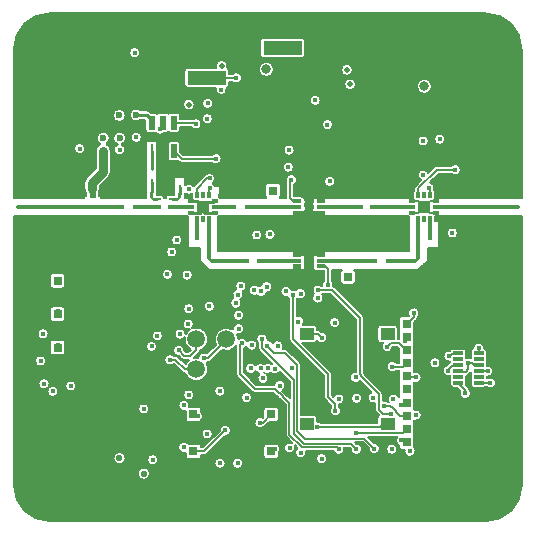
<source format=gtl>
G04 Layer: TopLayer*
G04 EasyEDA Pro v2.2.28.1, 2024-10-13 15:23:24*
G04 Gerber Generator version 0.3*
G04 Scale: 100 percent, Rotated: No, Reflected: No*
G04 Dimensions in millimeters*
G04 Leading zeros omitted, absolute positions, 3 integers and 5 decimals*
%FSLAX35Y35*%
%MOMM*%
%ADD10C,0.2032*%
%ADD11C,1.5*%
%ADD12C,5.2*%
%ADD13R,1.0X1.0*%
%ADD14R,0.508X0.3*%
%ADD15R,0.5134X0.342*%
%ADD16R,0.508X0.342*%
%ADD17R,0.342X0.508*%
%ADD18R,0.3X0.508*%
%ADD19R,0.342X0.80648*%
%ADD20R,0.342X0.806*%
%ADD21R,0.8X0.8*%
%ADD22R,0.8X0.8*%
%ADD23R,1.2X1.0*%
%ADD24R,1.4X0.45001*%
%ADD25R,0.33X0.342*%
%ADD26R,0.762X0.294*%
%ADD27R,0.3X0.41*%
%ADD28R,0.33X0.294*%
%ADD29R,0.75X0.3*%
%ADD30R,0.75X0.342*%
%ADD31R,0.85X1.65*%
%ADD32R,0.67X0.3*%
%ADD33R,0.67X0.342*%
%ADD34R,0.8X1.6*%
%ADD35R,0.55001X1.2*%
%ADD36R,0.294X1.2*%
%ADD37R,3.29999X1.18999*%
%ADD38R,0.5X0.342*%
%ADD39R,0.3X0.342*%
%ADD40R,0.6X0.342*%
%ADD41R,0.294X0.294*%
%ADD42R,0.294X0.6*%
%ADD43R,0.6X0.2*%
%ADD44R,0.294X0.6*%
%ADD45R,0.87X0.3*%
%ADD46C,1.46*%
%ADD47R,0.8X0.8*%
%ADD48R,0.4X0.342*%
%ADD49R,0.4X0.342*%
%ADD50R,0.8X0.8*%
%ADD51R,0.4X0.342*%
%ADD52R,0.54X0.79009*%
%ADD53R,0.54X0.342*%
%ADD54C,0.45*%
%ADD55C,0.6*%
%ADD56C,0.8*%
%ADD57C,0.5*%
%ADD58C,0.55*%
%ADD59C,0.2*%
%ADD60C,0.342*%
%ADD61C,0.3424*%
%ADD62C,0.15*%
%ADD63C,0.254*%
%ADD64C,0.294*%
G75*


G04 Copper Start*
G36*
G01X165267Y1340341D02*
G01X165267Y80023D01*
G01X-568761Y80023D01*
G01X-568761Y127793D01*
G03X-573761Y142930I-25414J0D01*
G01X-573761Y147340D01*
G03X-612246Y208204I-45962J13538D01*
G01X-537265Y283186D01*
G01X-431047Y283186D01*
G03X-348313Y316100I34820J32914D01*
G03X-431047Y349014I-47914J0D01*
G01X-550899Y349014D01*
G03X-574172Y339373I0J-32914D01*
G01X-623083Y290463D01*
G03X-701179Y305885I-44216J-18459D01*
G03X-685757Y227789I33880J-33880D01*
G01X-732347Y181198D01*
G03X-742063Y157849I23198J-23349D01*
G01X-742063Y145819D01*
G03X-749563Y127793I17914J-18027D01*
G01X-749563Y80023D01*
G01X-1680121Y80023D01*
G03X-1700234Y89902I-20114J-15534D01*
G01X-1758191Y89902D01*
G01X-1761160Y92871D01*
G01X-1761160Y188081D01*
G03X-1766999Y275827I-21914J42609D01*
G03X-1826988Y211524I-16075J-45137D01*
G01X-1826988Y80023D01*
G01X-1881929Y80023D01*
G03X-1873430Y98990I-16915J18967D01*
G01X-1873430Y178989D01*
G03X-1898844Y204403I-25414J0D01*
G01X-1978845Y204403D01*
G03X-2004259Y178989I0J-25414D01*
G01X-2004259Y98990D01*
G03X-1995760Y80023I25414J0D01*
G01X-2391708Y80023D01*
G01X-2391708Y167003D01*
G03X-2402122Y177417I-10414J0D01*
G01X-2430745Y177417D01*
G03X-2449884Y202116I-45373J-15395D01*
G03X-2442546Y276394I-26235J40093D01*
G03X-2516680Y267715I-33573J-34185D01*
G03X-2519150Y265483I20804J-25506D01*
G01X-2605370Y179263D01*
G03X-2609281Y174545I23274J-23274D01*
G03X-2682454Y187151I-41729J-23547D01*
G01X-2682454Y243422D01*
G03X-2692868Y253836I-10414J0D01*
G01X-2762926Y253836D01*
G03X-2773340Y243422I0J-10414D01*
G01X-2773340Y105293D01*
G01X-2823537Y105293D01*
G03X-2848950Y80023I0J-25414D01*
G01X-2864123Y80023D01*
G03X-2889537Y105293I-25414J-143D01*
G01X-2919580Y105293D01*
G01X-2919580Y551989D01*
G03X-2929994Y562403I-10414J0D01*
G01X-3001050Y562403D01*
G03X-3011464Y551989I0J-10414D01*
G01X-3011464Y80023D01*
G01X-3397736Y80023D01*
G01X-3397736Y86557D01*
G03X-3408150Y96971I-10414J0D01*
G01X-3414311Y96971D01*
G01X-3414311Y119883D01*
G03X-3404442Y154435I-55544J34552D01*
G01X-3404442Y180132D01*
G01X-3329780Y254794D01*
G03X-3310621Y301049I-46255J46255D01*
G01X-3310621Y472309D01*
G03X-3351944Y533125I-65414J0D01*
G03X-3375315Y638671I-23610J50132D01*
G03X-3399598Y533331I-240J-55413D01*
G03X-3441449Y472309I23563J-61023D01*
G01X-3441449Y328144D01*
G01X-3516110Y253482D01*
G03X-3535270Y207228I46255J-46255D01*
G01X-3535270Y154435D01*
G03X-3519140Y111423I65414J0D01*
G01X-3519140Y96971D01*
G01X-3527660Y96971D01*
G03X-3538074Y86557I0J-10414D01*
G01X-3538074Y80023D01*
G01X-4132193Y80023D01*
G01X-4132193Y1340341D01*
G02X-3833463Y1639071I298730J0D01*
G01X-133463Y1639071D01*
G02X165267Y1340341I0J-298730D01*
G37*
%LPC*%
G36*
G01X-3623407Y494999D02*
G03X-3527579Y494999I47914J0D01*
G03X-3623407Y494999I-47914J0D01*
G37*
G36*
G01X-3295673Y775854D02*
G03X-3184845Y775854I55414J0D01*
G03X-3295673Y775854I-55414J0D01*
G37*
G36*
G01X-3237897Y437108D02*
G03X-3221926Y530195I0J47914D01*
G03X-3237897Y638672I-15972J53062D01*
G03X-3253869Y530195I0J-55414D01*
G03X-3237897Y437108I15972J-45174D01*
G37*
G36*
G01X-3157908Y1306997D02*
G03X-3062080Y1306997I47914J0D01*
G03X-3157908Y1306997I-47914J0D01*
G37*
G36*
G01X-3019043Y733229D02*
G01X-3019043Y653013D01*
G03X-2993629Y627599I25414J0D01*
G01X-2938628Y627599D01*
G03X-2934453Y627945I0J25414D01*
G03X-2861059Y627599I36842J30634D01*
G01X-2843632Y627599D01*
G03X-2823634Y637330I0J25414D01*
G03X-2803637Y627599I19997J15684D01*
G01X-2748636Y627599D01*
G03X-2723222Y653013I0J25414D01*
G01X-2723222Y681085D01*
G01X-2632962Y681085D01*
G03X-2545189Y689621I42072J22929D01*
G03X-2612231Y746913I-45701J14393D01*
G01X-2723222Y746913D01*
G01X-2723222Y773013D01*
G03X-2748636Y798427I-25414J0D01*
G01X-2803637Y798427D01*
G03X-2823634Y788697I0J-25414D01*
G03X-2843632Y798427I-19997J-15684D01*
G01X-2898633Y798427D01*
G03X-2918630Y788697I0J-25414D01*
G03X-2938628Y798427I-19997J-15684D01*
G01X-2970782Y798427D01*
G01X-2980045Y807691D01*
G03X-3008410Y819440I-28365J-28365D01*
G01X-3057946Y819440D01*
G03X-3151591Y779326I-38231J-40114D01*
G03X-3057946Y739212I55414J0D01*
G01X-3025026Y739212D01*
G01X-3019043Y733229D01*
G37*
G36*
G01X-3144926Y589939D02*
G03X-3049098Y589939I47914J0D01*
G03X-3144926Y589939I-47914J0D01*
G37*
G36*
G01X-2723222Y466642D02*
G01X-2723222Y533009D01*
G03X-2748636Y558423I-25414J0D01*
G01X-2803637Y558423D01*
G03X-2829051Y533009I0J-25414D01*
G01X-2829051Y413009D01*
G03X-2803637Y387595I25414J0D01*
G01X-2748636Y387595D01*
G03X-2739119Y389444I0J25414D01*
G01X-2734995Y385320D01*
G03X-2711721Y375680I23274J23274D01*
G01X-2456815Y375680D01*
G03X-2374081Y408594I34820J32914D01*
G03X-2456815Y441507I-47914J0D01*
G01X-2698088Y441507D01*
G01X-2723222Y466642D01*
G37*
G36*
G01X-2702770Y867209D02*
G03X-2601942Y867209I50414J0D01*
G03X-2702770Y867209I-50414J0D01*
G37*
G36*
G01X-2662997Y1178911D02*
G03X-2688411Y1153497I0J-25414D01*
G01X-2688411Y1034498D01*
G03X-2662997Y1009084I25414J0D01*
G01X-2423033Y1009084D01*
G03X-2377527Y946144I45497J-15026D01*
G03X-2332045Y1009102I-9J47914D01*
G03X-2307584Y1034498I-953J25396D01*
G01X-2307584Y1058584D01*
G01X-2282436Y1058584D01*
G03X-2201316Y1091786I33224J34524D01*
G03X-2280482Y1129412I-47896J1322D01*
G01X-2307584Y1129412D01*
G01X-2307584Y1153497D01*
G03X-2326196Y1177984I-25414J0D01*
G03X-2372626Y1246819I-46927J18424D01*
G03X-2420403Y1178911I-496J-50411D01*
G01X-2662997Y1178911D01*
G37*
G36*
G01X-2543021Y747224D02*
G03X-2447193Y747224I47914J0D01*
G03X-2543021Y747224I-47914J0D01*
G37*
G36*
G01X-2539887Y877218D02*
G03X-2444059Y877218I47914J0D01*
G03X-2539887Y877218I-47914J0D01*
G37*
G36*
G01X-2061037Y1165626D02*
G03X-1930209Y1165626I65414J0D01*
G03X-2061037Y1165626I-65414J0D01*
G37*
G36*
G01X-2048407Y1288498D02*
G03X-2022993Y1263084I25414J0D01*
G01X-1692994Y1263084D01*
G03X-1667580Y1288498I0J25414D01*
G01X-1667580Y1407497D01*
G03X-1692994Y1432911I-25414J0D01*
G01X-2022993Y1432911D01*
G03X-2048407Y1407497I0J-25414D01*
G01X-2048407Y1288498D01*
G37*
G36*
G01X-1857036Y338004D02*
G03X-1761208Y338004I47914J0D01*
G03X-1857036Y338004I-47914J0D01*
G37*
G36*
G01X-1850910Y481999D02*
G03X-1755082Y481999I47914J0D01*
G03X-1850910Y481999I-47914J0D01*
G37*
G36*
G01X-1630035Y902868D02*
G03X-1534207Y902868I47914J0D01*
G03X-1630035Y902868I-47914J0D01*
G37*
G36*
G01X-1525939Y697978D02*
G03X-1430111Y697978I47914J0D01*
G03X-1525939Y697978I-47914J0D01*
G37*
G36*
G01X-1506911Y217000D02*
G03X-1411083Y217000I47914J0D01*
G03X-1506911Y217000I-47914J0D01*
G37*
G36*
G01X-1363539Y1161408D02*
G03X-1262711Y1161408I50414J0D01*
G03X-1363539Y1161408I-50414J0D01*
G37*
G36*
G01X-1337196Y1038880D02*
G03X-1236368Y1038880I50414J0D01*
G03X-1337196Y1038880I-50414J0D01*
G37*
G36*
G01X-723150Y1023156D02*
G03X-592322Y1023156I65414J0D01*
G03X-723150Y1023156I-65414J0D01*
G37*
G36*
G01X-715827Y559178D02*
G03X-619999Y559178I47914J0D01*
G03X-715827Y559178I-47914J0D01*
G37*
G36*
G01X-575824Y574178D02*
G03X-479996Y574178I47914J0D01*
G03X-575824Y574178I-47914J0D01*
G37*
%LPD*%
G36*
G01X-566699Y-76605D02*
G01X165267Y-76605D01*
G01X165267Y-2359659D01*
G02X-133463Y-2658389I-298730J0D01*
G01X-3833463Y-2658389D01*
G02X-4132193Y-2359659I0J298730D01*
G01X-4132193Y-76605D01*
G01X-2662105Y-76605D01*
G01X-2662105Y-169616D01*
G03X-2661105Y-174068I10414J0D01*
G01X-2661105Y-332997D01*
G03X-2650691Y-343411I10414J0D01*
G01X-2561131Y-343411D01*
G01X-2561131Y-441337D01*
G03X-2560436Y-445077I10414J0D01*
G01X-2560436Y-450621D01*
G03X-2557607Y-457757I10414J0D01*
G01X-2491491Y-528033D01*
G03X-2483906Y-531311I7585J7136D01*
G01X-2472556Y-531311D01*
G01X-2470508Y-531514D01*
G01X-1592836Y-531514D01*
G03X-1571637Y-542912I21199J14016D01*
G01X-1506851Y-542912D01*
G01X-1506851Y-573638D01*
G03X-1507031Y-577081I32733J-3443D01*
G01X-1507031Y-623339D01*
G03X-1520429Y-670445I32914J-34820D01*
G01X-1523297Y-670445D01*
G03X-1591015Y-668525I-34820J-32914D01*
G03X-1592966Y-736242I32898J-34835D01*
G03X-1560292Y-818325I33581J-34177D01*
G03X-1524536Y-737537I906J47905D01*
G01X-1523297Y-736273D01*
G01X-1454002Y-736273D01*
G01X-1235823Y-954452D01*
G01X-1235823Y-1394558D01*
G03X-1283976Y-1461021I-4047J-47743D01*
G03X-1202717Y-1472557I44106J18720D01*
G01X-1105717Y-1569557D01*
G03X-1138293Y-1629721I13214J-46056D01*
G03X-1077507Y-1661120I45790J14108D01*
G03X-1077745Y-1665069I32676J-3949D01*
G01X-1077745Y-1715620D01*
G03X-1068105Y-1738894I32914J0D01*
G01X-1042278Y-1764721D01*
G03X-1054704Y-1786565I12988J-21844D01*
G01X-1054704Y-1826907D01*
G01X-1535452Y-1826907D01*
G03X-1563875Y-1814562I-32274J-35414D01*
G01X-1563875Y-1786570D01*
G03X-1589289Y-1761156I-25414J0D01*
G01X-1700083Y-1761156D01*
G01X-1700083Y-1338997D01*
G03X-1709723Y-1315724I-32914J0D01*
G01X-1816723Y-1208724D01*
G03X-1839996Y-1199084I-23274J-23274D01*
G01X-1856770Y-1199084D01*
G03X-1875747Y-1132220I-41221J24426D01*
G03X-1941531Y-1154657I-22243J-42438D01*
G03X-1984472Y-1125102I-44265J-18340D01*
G03X-2048105Y-1073873I-47524J6104D01*
G03X-2064910Y-1153818I16109J-45125D01*
G01X-2064910Y-1195274D01*
G03X-2055270Y-1218548I32914J0D01*
G01X-1944435Y-1329383D01*
G03X-1947396Y-1331250I24060J-41435D01*
G03X-2012536Y-1330122I-33179J-34568D01*
G03X-2086186Y-1342200I-31961J-35696D01*
G03X-2175821Y-1365729I-41721J-23561D01*
G03X-2086218Y-1389379I47914J-32D01*
G03X-2052846Y-1412999I41721J23561D01*
G03X-2021543Y-1498692I29423J-37816D01*
G03X-1997056Y-1410808I-1880J47877D01*
G03X-1953553Y-1405386I16481J44990D01*
G03X-1878939Y-1394878I33179J34568D01*
G01X-1796510Y-1477307D01*
G01X-1796510Y-1618525D01*
G01X-1827955Y-1587079D01*
G03X-1834033Y-1578699I-29351J-14894D01*
G01X-1859006Y-1553727D01*
G03X-1854691Y-1471827I-22592J42254D01*
G03X-1929207Y-1506083I-26906J-39646D01*
G01X-2079362Y-1506083D01*
G01X-2185082Y-1400364D01*
G01X-2185082Y-1198192D01*
G03X-2164097Y-1183563I-15914J45194D01*
G03X-2071525Y-1177355I45484J15066D01*
G03X-2155512Y-1137931I-47088J8859D01*
G03X-2189004Y-1106609I-45484J-15066D01*
G03X-2233480Y-1117776I-11992J-46389D01*
G03X-2243465Y-1076296I-100389J-2223D01*
G03X-2193546Y-999081I13622J45937D01*
G03X-2277288Y-1037044I-36297J-31278D01*
G03X-2424114Y-1164031I-56581J-82955D01*
G01X-2498407Y-1238324D01*
G03X-2570822Y-1275043I-24698J-41058D01*
G03X-2604971Y-1275053I-17047J-98956D01*
G01X-2562828Y-1232910D01*
G03X-2553021Y-1214173I-25042J25041D01*
G03X-2494610Y-1082775I-34848J94173D01*
G03X-2627447Y-1027715I-93259J-37225D01*
G03X-2680349Y-948316I-30179J37215D01*
G03X-2643155Y-1036176I22723J-42183D01*
G03X-2678787Y-1077375I55285J-83824D01*
G03X-2772335Y-1061307I-47889J1541D01*
G03X-2686702Y-1102250I45659J-14527D01*
G03X-2637420Y-1207336I98833J-17750D01*
G01X-2654670Y-1224587D01*
G01X-2675752Y-1224587D01*
G01X-2688486Y-1211853D01*
G03X-2770229Y-1180193I-47863J-2220D01*
G03X-2738569Y-1261936I33880J-33880D01*
G01X-2715462Y-1285042D01*
G03X-2690421Y-1295415I25041J25041D01*
G01X-2650378Y-1295415D01*
G03X-2678710Y-1331210I62509J-78585D01*
G01X-2740888Y-1269031D01*
G03X-2765929Y-1258659I-25041J-25041D01*
G01X-2780850Y-1258659D01*
G03X-2861038Y-1294073I-32274J-35414D01*
G03X-2780850Y-1329487I47914J0D01*
G01X-2711044Y-1399041D01*
G03X-2686003Y-1409414I25041J25041D01*
G01X-2681831Y-1409414D01*
G03X-2544131Y-1464388I93962J35414D01*
G03X-2501791Y-1322294I-43738J90388D01*
G03X-2490831Y-1314796I-21314J42912D01*
G01X-2489382Y-1314796D01*
G03X-2464341Y-1304423I0J35414D01*
G01X-2372573Y-1212655D01*
G03X-2250910Y-1176574I38704J92655D01*
G01X-2250910Y-1413997D01*
G03X-2241269Y-1437271I32914J0D01*
G01X-2116269Y-1562271D01*
G03X-2092996Y-1571911I23274J23274D01*
G01X-1936218Y-1571911D01*
G01X-1909361Y-1598769D01*
G03X-1900981Y-1604846I23274J23274D01*
G01X-1886658Y-1619169D01*
G03X-1880581Y-1627549I29351J14894D01*
G01X-1832915Y-1675214D01*
G01X-1832915Y-1927410D01*
G03X-1823275Y-1950684I32914J0D01*
G01X-1777335Y-1996624D01*
G03X-1832274Y-2073543I-21058J-43039D01*
G03X-1755355Y-2018604I33880J33880D01*
G01X-1731885Y-2042074D01*
G03X-1719251Y-2125810I28492J-38522D01*
G03X-1657081Y-2068310I15858J45214D01*
G01X-1426618Y-2068310D01*
G03X-1367050Y-2095859I44439J17914D01*
G03X-1335867Y-2038110I-15129J45463D01*
G01X-1290750Y-2038110D01*
G01X-1280074Y-2048786D01*
G03X-1198299Y-2084014I47895J-1348D01*
G03X-1233527Y-2002238I-33880J33880D01*
G01X-1242855Y-1992910D01*
G01X-1180947Y-1992910D01*
G01X-1130074Y-2043783D01*
G03X-1048299Y-2079011I47895J-1348D01*
G03X-1083527Y-1997236I-33880J33880D01*
G01X-1137720Y-1943042D01*
G01X-886498Y-1943042D01*
G03X-898891Y-1984218I34806J-32928D01*
G03X-873270Y-2018751I47199J8247D01*
G01X-873270Y-2028653D01*
G03X-847856Y-2054067I25414J0D01*
G01X-825530Y-2054067D01*
G03X-768285Y-2113003I46312J-12286D01*
G03X-743189Y-2034767I-10934J46650D01*
G03X-742443Y-2028653I-24667J6115D01*
G01X-742443Y-1948653D01*
G03X-747783Y-1933068I-25414J0D01*
G03X-742443Y-1917482I-20074J15585D01*
G01X-742443Y-1837482D01*
G03X-747782Y-1821897I-25414J0D01*
G03X-742505Y-1808098I-20074J15585D01*
G03X-677753Y-1762666I16842J44857D01*
G03X-743577Y-1718802I-47911J-575D01*
G03X-747782Y-1710726I-24279J-7510D01*
G03X-742443Y-1695141I-20074J15585D01*
G01X-742443Y-1615141D01*
G03X-747782Y-1599556I-25414J0D01*
G03X-742443Y-1583971I-20074J15585D01*
G01X-742443Y-1503971D01*
G03X-747783Y-1488385I-25414J0D01*
G03X-746206Y-1486110I-20074J15585D01*
G03X-678016Y-1444757I20320J43392D01*
G03X-742443Y-1397755I-47871J2039D01*
G01X-742443Y-1392800D01*
G03X-747782Y-1377215I-25414J0D01*
G03X-742443Y-1361629I-20074J15585D01*
G01X-742443Y-1281630D01*
G03X-747782Y-1266044I-25414J0D01*
G03X-742443Y-1250459I-20074J15585D01*
G01X-742443Y-1170459D01*
G03X-747783Y-1154874I-25414J0D01*
G03X-742443Y-1139288I-20074J15585D01*
G01X-742443Y-1059288D01*
G03X-747782Y-1043703I-25414J0D01*
G03X-742443Y-1028118I-20074J15585D01*
G01X-742443Y-972787D01*
G01X-722332Y-952676D01*
G03X-712013Y-929582I-25041J25041D01*
G03X-741394Y-849710I-35360J32333D01*
G03X-789639Y-919818I-5980J-47539D01*
G01X-792525Y-922704D01*
G01X-847856Y-922704D01*
G03X-873270Y-948118I0J-25414D01*
G01X-873270Y-1028118D01*
G03X-867930Y-1043703I25414J0D01*
G03X-873270Y-1059288I20074J-15585D01*
G01X-873270Y-1114313D01*
G01X-883876Y-1114313D01*
G01X-883876Y-1024633D01*
G03X-909290Y-999219I-25414J0D01*
G01X-962520Y-999219D01*
G03X-1002330Y-999219I-19905J-43584D01*
G01X-1029290Y-999219D01*
G03X-1054704Y-1024633I0J-25414D01*
G01X-1054704Y-1124632D01*
G03X-1029290Y-1150046I25414J0D01*
G01X-1008007Y-1150046D01*
G03X-992017Y-1227096I34768J-32969D01*
G03X-925377Y-1185247I18778J44081D01*
G01X-898852Y-1185247D01*
G03X-896115Y-1185141I0J35414D01*
G01X-887725Y-1185141D01*
G01X-883336Y-1189530D01*
G03X-876031Y-1195141I25041J25042D01*
G01X-873270Y-1197902D01*
G01X-873270Y-1250459D01*
G03X-867930Y-1266044I25414J0D01*
G03X-873270Y-1281630I20074J-15585D01*
G01X-873270Y-1318019D01*
G01X-893219Y-1318019D01*
G03X-975953Y-1350933I-34820J-32914D01*
G03X-893219Y-1383846I47914J0D01*
G01X-871641Y-1383846D01*
G03X-873270Y-1392800I23784J-8954D01*
G01X-873270Y-1472800D01*
G03X-867930Y-1488385I25414J0D01*
G03X-873270Y-1503971I20074J-15585D01*
G01X-873270Y-1583971D01*
G03X-867930Y-1599556I25414J0D01*
G03X-873219Y-1613521I20074J-15585D01*
G03X-938855Y-1580422I-46659J-10896D01*
G03X-959822Y-1650877I18977J-43996D01*
G01X-964811Y-1650877D01*
G03X-1009995Y-1637012I-34820J-32914D01*
G01X-1009995Y-1585818D01*
G03X-1019636Y-1562544I-32914J0D01*
G01X-1161924Y-1420255D01*
G03X-1169995Y-1401796I-32746J-3323D01*
G01X-1169995Y-940819D01*
G03X-1179635Y-917545I-32914J0D01*
G01X-1417095Y-680086D01*
G03X-1428456Y-672677I-23274J-23274D01*
G03X-1441203Y-623339I-45662J14518D01*
G01X-1441203Y-580343D01*
G03X-1441023Y-576900I-32733J3443D01*
G01X-1441023Y-531514D01*
G01X-1357639Y-531514D01*
G03X-1368974Y-552672I14079J-21158D01*
G01X-1368974Y-632672D01*
G03X-1343560Y-658086I25414J0D01*
G01X-1263560Y-658086D01*
G03X-1238146Y-632672I0J25414D01*
G01X-1238146Y-552672D01*
G03X-1249481Y-531514I-25414J0D01*
G01X-718421Y-531514D01*
G01X-716204Y-531276D01*
G03X-713350Y-530627I-857J10379D01*
G03X-705658Y-527813I557J10399D01*
G01X-635381Y-461698D01*
G01X-634523Y-460787D01*
G03X-630835Y-452837I-6726J7950D01*
G01X-630835Y-444920D01*
G03X-630140Y-441179I-9719J3741D01*
G01X-630140Y-348126D01*
G01X-540975Y-348126D01*
G03X-530561Y-337712I0J10414D01*
G01X-530561Y-128882D01*
G03X-540975Y-118468I-10414J0D01*
G01X-566661Y-118468D01*
G01X-566661Y-77990D01*
G01X-566699Y-76605D01*
G37*
%LPC*%
G36*
G01X-3954940Y-1303153D02*
G03X-3859112Y-1303153I47914J0D01*
G03X-3954940Y-1303153I-47914J0D01*
G37*
G36*
G01X-3933908Y-1073997D02*
G03X-3838079Y-1073997I47914J0D01*
G03X-3933908Y-1073997I-47914J0D01*
G37*
G36*
G01X-3925818Y-1495818D02*
G03X-3829990Y-1495818I47914J0D01*
G03X-3925818Y-1495818I-47914J0D01*
G37*
G36*
G01X-3850818Y-1560818D02*
G03X-3754990Y-1560818I47914J0D01*
G03X-3850818Y-1560818I-47914J0D01*
G37*
G36*
G01X-3802850Y-558754D02*
G03X-3828264Y-584167I0J-25414D01*
G01X-3828264Y-664167D01*
G03X-3802850Y-689581I25414J0D01*
G01X-3722851Y-689581D01*
G03X-3697437Y-664167I0J25414D01*
G01X-3697437Y-584167D01*
G03X-3722851Y-558754I-25414J0D01*
G01X-3802850Y-558754D01*
G37*
G36*
G01X-3802850Y-1123752D02*
G03X-3828264Y-1149166I0J-25414D01*
G01X-3828264Y-1229166D01*
G03X-3802850Y-1254580I25414J0D01*
G01X-3722851Y-1254580D01*
G03X-3697437Y-1229166I0J25414D01*
G01X-3697437Y-1149166D01*
G03X-3722851Y-1123752I-25414J0D01*
G01X-3755107Y-1123752D01*
G03X-3766945Y-1123752I-5919J-47547D01*
G01X-3802850Y-1123752D01*
G37*
G36*
G01X-3802850Y-841253D02*
G03X-3828264Y-866667I0J-25414D01*
G01X-3828264Y-946667D01*
G03X-3802850Y-972081I25414J0D01*
G01X-3722851Y-972081D01*
G03X-3697437Y-946667I0J25414D01*
G01X-3697437Y-866667D01*
G03X-3722851Y-841253I-25414J0D01*
G01X-3734918Y-841253D01*
G03X-3779535Y-841253I-22309J-42404D01*
G01X-3802850Y-841253D01*
G37*
G36*
G01X-3699019Y-1515617D02*
G03X-3603190Y-1515617I47914J0D01*
G03X-3699019Y-1515617I-47914J0D01*
G37*
G36*
G01X-3291908Y-2126996D02*
G03X-3186079Y-2126996I52914J0D01*
G03X-3291908Y-2126996I-52914J0D01*
G37*
G36*
G01X-3085908Y-2256995D02*
G03X-2980080Y-2256995I52914J0D01*
G03X-3085908Y-2256995I-52914J0D01*
G37*
G36*
G01X-3081592Y-1708817D02*
G03X-2985764Y-1708817I47914J0D01*
G03X-3081592Y-1708817I-47914J0D01*
G37*
G36*
G01X-3015541Y-1180500D02*
G03X-2919712Y-1180500I47914J0D01*
G03X-3015541Y-1180500I-47914J0D01*
G37*
G36*
G01X-3004896Y-2139815D02*
G03X-2909068Y-2139815I47914J0D01*
G03X-3004896Y-2139815I-47914J0D01*
G37*
G36*
G01X-2965541Y-1090499D02*
G03X-2869713Y-1090499I47914J0D01*
G03X-2965541Y-1090499I-47914J0D01*
G37*
G36*
G01X-2881041Y-570419D02*
G03X-2785213Y-570419I47914J0D01*
G03X-2881041Y-570419I-47914J0D01*
G37*
G36*
G01X-2845540Y-380499D02*
G03X-2749712Y-380499I47914J0D01*
G03X-2845540Y-380499I-47914J0D01*
G37*
G36*
G01X-2803316Y-279401D02*
G03X-2707488Y-279401I47914J0D01*
G03X-2803316Y-279401I-47914J0D01*
G37*
G36*
G01X-2534235Y-2035598D02*
G01X-2547546Y-2035598D01*
G01X-2547546Y-2028512D01*
G03X-2572960Y-2003098I-25414J0D01*
G01X-2652959Y-2003098D01*
G03X-2657212Y-2003457I0J-25414D01*
G03X-2739092Y-2022875I-35651J-32012D01*
G03X-2678373Y-2081139I46229J-12593D01*
G01X-2678373Y-2108512D01*
G03X-2652959Y-2133926I25414J0D01*
G01X-2572960Y-2133926D01*
G03X-2547546Y-2108512I0J25414D01*
G01X-2547546Y-2101426D01*
G01X-2520602Y-2101426D01*
G03X-2497328Y-2091786I0J32914D01*
G01X-2344254Y-1938712D01*
G03X-2309026Y-1856937I1348J47895D01*
G03X-2390802Y-1892165I-33880J-33880D01*
G01X-2534235Y-2035598D01*
G37*
G36*
G01X-2678373Y-1795469D02*
G03X-2652959Y-1820883I25414J0D01*
G01X-2572960Y-1820883D01*
G03X-2553906Y-1812287I0J25414D01*
G03X-2530149Y-1774685I-24000J41470D01*
G03X-2547546Y-1733750I-47758J3868D01*
G01X-2547546Y-1715469D01*
G03X-2572960Y-1690055I-25414J0D01*
G01X-2646174Y-1690055D01*
G03X-2727983Y-1646586I-46655J10912D01*
G03X-2678373Y-1724825I35154J-32556D01*
G01X-2678373Y-1795469D01*
G37*
G36*
G01X-2714341Y-575621D02*
G03X-2618513Y-575621I47914J0D01*
G03X-2714341Y-575621I-47914J0D01*
G37*
G36*
G01X-2701034Y-861629D02*
G03X-2605206Y-861629I47914J0D01*
G03X-2701034Y-861629I-47914J0D01*
G37*
G36*
G01X-2700954Y-1590262D02*
G03X-2605126Y-1590262I47914J0D01*
G03X-2700954Y-1590262I-47914J0D01*
G37*
G36*
G01X-2544591Y-1921187D02*
G03X-2448763Y-1921187I47914J0D01*
G03X-2544591Y-1921187I-47914J0D01*
G37*
G36*
G01X-2525540Y-840499D02*
G03X-2429712Y-840499I47914J0D01*
G03X-2525540Y-840499I-47914J0D01*
G37*
G36*
G01X-2436707Y-1558668D02*
G03X-2340878Y-1558668I47914J0D01*
G03X-2436707Y-1558668I-47914J0D01*
G37*
G36*
G01X-2436307Y-2169659D02*
G03X-2340478Y-2169659I47914J0D01*
G03X-2436307Y-2169659I-47914J0D01*
G37*
G36*
G01X-2274443Y-771163D02*
G03X-2262999Y-860958I21320J-42910D01*
G03X-2216307Y-783409I9876J46885D01*
G03X-2196965Y-715154I-21320J42910D01*
G03X-2195471Y-624580I-14882J45544D01*
G03X-2252508Y-694955I-16375J-45029D01*
G03X-2274443Y-771163I14882J-45544D01*
G37*
G36*
G01X-2286307Y-2169659D02*
G03X-2190478Y-2169659I47914J0D01*
G03X-2286307Y-2169659I-47914J0D01*
G37*
G36*
G01X-2277757Y-916059D02*
G03X-2181929Y-916059I47914J0D01*
G03X-2277757Y-916059I-47914J0D01*
G37*
G36*
G01X-2211036Y-1612998D02*
G03X-2115208Y-1612998I47914J0D01*
G03X-2211036Y-1612998I-47914J0D01*
G37*
G36*
G01X-2060948Y-673157D02*
G03X-2144191Y-697054I-35962J-31662D01*
G03X-2072965Y-746321I47281J-7766D01*
G03X-1989750Y-722593I35962J31662D01*
G03X-1955896Y-642998I-2052J47870D01*
G03X-2039055Y-666789I-35907J-31725D01*
G03X-2060948Y-673157I2052J-47870D01*
G37*
G36*
G01X-2095964Y-1833659D02*
G03X-2012579Y-1855676I47025J9188D01*
G03X-1999774Y-1847745I-10468J31205D01*
G01X-1972912Y-1820883D01*
G01X-1914046Y-1820883D01*
G03X-1888632Y-1795469I0J25414D01*
G01X-1888632Y-1715469D01*
G03X-1914046Y-1690055I-25414J0D01*
G01X-1994046Y-1690055D01*
G03X-2019460Y-1715469I0J-25414D01*
G01X-2019460Y-1774336D01*
G01X-2026999Y-1781875D01*
G03X-2095964Y-1833659I-21940J-42596D01*
G37*
G36*
G01X-1994046Y-2003098D02*
G03X-2019460Y-2028512I0J-25414D01*
G01X-2019460Y-2108512D01*
G03X-1994046Y-2133926I25414J0D01*
G01X-1914046Y-2133926D01*
G03X-1888632Y-2108512I0J25414D01*
G01X-1888632Y-2081428D01*
G03X-1876497Y-2043758I-35467J32215D01*
G03X-1896839Y-2009809I-47603J-5455D01*
G03X-1909986Y-2003425I-17207J-18703D01*
G03X-1937106Y-2003098I-14113J-45788D01*
G01X-1994046Y-2003098D01*
G37*
G36*
G01X-1505822Y-1605817D02*
G03X-1496182Y-1629091I32914J0D01*
G01X-1443885Y-1681388D01*
G01X-1443885Y-1690110D01*
G03X-1410971Y-1772844I32914J-34820D01*
G03X-1378057Y-1690110I0J47914D01*
G01X-1378057Y-1672356D01*
G03X-1344251Y-1596501I-4933J47659D01*
G03X-1426826Y-1605353I-38739J-28196D01*
G01X-1439994Y-1592184D01*
G01X-1439994Y-1415818D01*
G03X-1449635Y-1392544I-32914J0D01*
G01X-1692127Y-1150052D01*
G01X-1589289Y-1150052D01*
G03X-1565839Y-1134436I0J25414D01*
G03X-1484483Y-1126097I38132J29013D01*
G03X-1529056Y-1057528I-43225J20674D01*
G01X-1535220Y-1051364D01*
G03X-1558493Y-1041724I-23274J-23274D01*
G01X-1563875Y-1041724D01*
G01X-1563875Y-1024638D01*
G03X-1589289Y-999224I-25414J0D01*
G01X-1685809Y-999224D01*
G03X-1735595Y-923087I-37500J29825D01*
G01X-1735595Y-781441D01*
G03X-1729633Y-773826I-34557J33190D01*
G03X-1659472Y-720534I23682J41652D01*
G03X-1746469Y-706599I-46479J-11640D01*
G03X-1782720Y-702015I-23682J-41652D01*
G03X-1870536Y-690886I-46216J-12644D01*
G03X-1816367Y-760895I41601J-23773D01*
G03X-1801422Y-784554I46216J12644D01*
G01X-1801422Y-1120218D01*
G03X-1791782Y-1143491I32914J0D01*
G01X-1505822Y-1429451D01*
G01X-1505822Y-1605817D01*
G37*
G36*
G01X-1574911Y-2129996D02*
G03X-1479083Y-2129996I47914J0D01*
G03X-1574911Y-2129996I-47914J0D01*
G37*
G36*
G01X-1464903Y-977997D02*
G03X-1369075Y-977997I47914J0D01*
G03X-1464903Y-977997I-47914J0D01*
G37*
G36*
G01X-1279098Y-1618658D02*
G03X-1183270Y-1618658I47914J0D01*
G03X-1279098Y-1618658I-47914J0D01*
G37*
G36*
G01X-980824Y-2050817D02*
G03X-884995Y-2050817I47914J0D01*
G03X-980824Y-2050817I-47914J0D01*
G37*
G36*
G01X-615824Y-1319716D02*
G03X-519996Y-1319716I47914J0D01*
G03X-615824Y-1319716I-47914J0D01*
G37*
G36*
G01X-501143Y-1398330D02*
G03X-438535Y-1429949I46022J13332D01*
G01X-438535Y-1452997D01*
G03X-436485Y-1462997I25414J0D01*
G03X-438535Y-1472997I23364J-10000D01*
G01X-438535Y-1502997D01*
G03X-413121Y-1528411I25414J0D01*
G01X-379290Y-1528411D01*
G01X-352268Y-1555433D01*
G03X-304017Y-1625536I42269J-22564D01*
G03X-274639Y-1545664I-5983J47539D01*
G03X-284958Y-1522577I-35360J-1955D01*
G01X-300960Y-1506575D01*
G03X-300707Y-1502997I-25161J3578D01*
G01X-300707Y-1472997D01*
G03X-302757Y-1462997I-25414J0D01*
G03X-300707Y-1452997I-23364J10000D01*
G01X-300707Y-1427427D01*
G03X-283958Y-1418039I-8292J34429D01*
G01X-265535Y-1399616D01*
G01X-265535Y-1402997D01*
G03X-263485Y-1412997I25414J0D01*
G03X-265535Y-1422997I23364J-10000D01*
G01X-265535Y-1452997D01*
G03X-263485Y-1462997I25414J0D01*
G03X-265535Y-1472997I23364J-10000D01*
G01X-265535Y-1502997D01*
G03X-240121Y-1528411I25414J0D01*
G01X-153121Y-1528411D01*
G03X-135095Y-1520911I0J25414D01*
G01X-134991Y-1520911D01*
G03X-51349Y-1494387I36030J31524D01*
G03X-127707Y-1451008I-47651J5017D01*
G01X-127707Y-1437307D01*
G03X-72207Y-1389997I7586J47310D01*
G03X-127707Y-1342688I-47914J0D01*
G01X-127707Y-1322997D01*
G03X-129757Y-1312997I-25414J0D01*
G03X-127707Y-1302997I-23364J10000D01*
G01X-127707Y-1272997D01*
G03X-129757Y-1262997I-25414J0D01*
G03X-127707Y-1252997I-23364J10000D01*
G01X-127707Y-1222998D01*
G03X-149210Y-1197886I-25414J0D01*
G03X-197021Y-1146048I-47753J3925D01*
G03X-244707Y-1198001I57J-47914D01*
G03X-265535Y-1222998I4586J-24997D01*
G01X-265535Y-1252997D01*
G03X-263485Y-1262997I25414J0D01*
G03X-265535Y-1272997I23364J-10000D01*
G01X-265535Y-1280902D01*
G03X-282717Y-1275424I-22886J-42095D01*
G03X-300707Y-1276685I-5704J-47573D01*
G01X-300707Y-1272997D01*
G03X-302757Y-1262997I-25414J0D01*
G03X-300707Y-1252997I-23364J10000D01*
G01X-300707Y-1222998D01*
G03X-326121Y-1197584I-25414J0D01*
G01X-413121Y-1197584D01*
G03X-433888Y-1208348I0J-25414D01*
G03X-436801Y-1210956I22128J-27649D01*
G01X-441787Y-1215943D01*
G03X-498691Y-1265052I-9034J-47055D01*
G03X-437790Y-1309105I47870J2054D01*
G01X-437366Y-1310617D01*
G03X-439946Y-1312956I22461J-27380D01*
G01X-465131Y-1338141D01*
G03X-501143Y-1398330I10010J-46857D01*
G37*
G36*
G01X-467914Y-220000D02*
G03X-372086Y-220000I47914J0D01*
G03X-467914Y-220000I-47914J0D01*
G37*
%LPD*%
G36*
G01X-2682454Y80023D02*
G01X-2682454Y114845D01*
G03X-2622510Y112482I31444J36153D01*
G01X-2622510Y80023D01*
G01X-2682454Y80023D01*
G37*
G36*
G01X-2403113Y-76605D02*
G01X-1507460Y-76605D01*
G03X-1500239Y-79515I7221J7504D01*
G01X-788158Y-79515D01*
G01X-788158Y-373496D01*
G01X-2403113Y-373496D01*
G01X-2403113Y-76605D01*
G37*
%LPC*%
G36*
G01X-2124870Y-237031D02*
G03X-2029042Y-237031I47914J0D01*
G03X-2124870Y-237031I-47914J0D01*
G37*
G36*
G01X-2013557Y-231887D02*
G03X-1917729Y-231887I47914J0D01*
G03X-2013557Y-231887I-47914J0D01*
G37*
%LPD*%
G36*
G01X-2012536Y-1401514D02*
G03X-2006942Y-1405825I31961J35696D01*
G03X-2015075Y-1403634I-16481J-44990D01*
G03X-2012536Y-1401514I-29423J37816D01*
G37*
G54D10*
G01X165267Y1340341D02*
G01X165267Y80023D01*
G01X-568761Y80023D01*
G01X-568761Y127793D01*
G03X-573761Y142930I-25414J0D01*
G01X-573761Y147340D01*
G03X-612246Y208204I-45962J13538D01*
G01X-537265Y283186D01*
G01X-431047Y283186D01*
G03X-348313Y316100I34820J32914D01*
G03X-431047Y349014I-47914J0D01*
G01X-550899Y349014D01*
G03X-574172Y339373I0J-32914D01*
G01X-623083Y290463D01*
G03X-701179Y305885I-44216J-18459D01*
G03X-685757Y227789I33880J-33880D01*
G01X-732347Y181198D01*
G03X-742063Y157849I23198J-23349D01*
G01X-742063Y145819D01*
G03X-749563Y127793I17914J-18027D01*
G01X-749563Y80023D01*
G01X-1680121Y80023D01*
G03X-1700234Y89902I-20114J-15534D01*
G01X-1758191Y89902D01*
G01X-1761160Y92871D01*
G01X-1761160Y188081D01*
G03X-1766999Y275827I-21914J42609D01*
G03X-1826988Y211524I-16075J-45137D01*
G01X-1826988Y80023D01*
G01X-1881929Y80023D01*
G03X-1873430Y98990I-16915J18967D01*
G01X-1873430Y178989D01*
G03X-1898844Y204403I-25414J0D01*
G01X-1978845Y204403D01*
G03X-2004259Y178989I0J-25414D01*
G01X-2004259Y98990D01*
G03X-1995760Y80023I25414J0D01*
G01X-2391708Y80023D01*
G01X-2391708Y167003D01*
G03X-2402122Y177417I-10414J0D01*
G01X-2430745Y177417D01*
G03X-2449884Y202116I-45373J-15395D01*
G03X-2442546Y276394I-26235J40093D01*
G03X-2516680Y267715I-33573J-34185D01*
G03X-2519150Y265483I20804J-25506D01*
G01X-2605370Y179263D01*
G03X-2609281Y174545I23274J-23274D01*
G03X-2682454Y187151I-41729J-23547D01*
G01X-2682454Y243422D01*
G03X-2692868Y253836I-10414J0D01*
G01X-2762926Y253836D01*
G03X-2773340Y243422I0J-10414D01*
G01X-2773340Y105293D01*
G01X-2823537Y105293D01*
G03X-2848950Y80023I0J-25414D01*
G01X-2864123Y80023D01*
G03X-2889537Y105293I-25414J-143D01*
G01X-2919580Y105293D01*
G01X-2919580Y551989D01*
G03X-2929994Y562403I-10414J0D01*
G01X-3001050Y562403D01*
G03X-3011464Y551989I0J-10414D01*
G01X-3011464Y80023D01*
G01X-3397736Y80023D01*
G01X-3397736Y86557D01*
G03X-3408150Y96971I-10414J0D01*
G01X-3414311Y96971D01*
G01X-3414311Y119883D01*
G03X-3404442Y154435I-55544J34552D01*
G01X-3404442Y180132D01*
G01X-3329780Y254794D01*
G03X-3310621Y301049I-46255J46255D01*
G01X-3310621Y472309D01*
G03X-3351944Y533125I-65414J0D01*
G03X-3375315Y638671I-23610J50132D01*
G03X-3399598Y533331I-240J-55413D01*
G03X-3441449Y472309I23563J-61023D01*
G01X-3441449Y328144D01*
G01X-3516110Y253482D01*
G03X-3535270Y207228I46255J-46255D01*
G01X-3535270Y154435D01*
G03X-3519140Y111423I65414J0D01*
G01X-3519140Y96971D01*
G01X-3527660Y96971D01*
G03X-3538074Y86557I0J-10414D01*
G01X-3538074Y80023D01*
G01X-4132193Y80023D01*
G01X-4132193Y1340341D01*
G02X-3833463Y1639071I298730J0D01*
G01X-133463Y1639071D01*
G02X165267Y1340341I0J-298730D01*
G01X-3623407Y494999D02*
G03X-3527579Y494999I47914J0D01*
G03X-3623407Y494999I-47914J0D01*
G01X-3295673Y775854D02*
G03X-3184845Y775854I55414J0D01*
G03X-3295673Y775854I-55414J0D01*
G01X-3237897Y437108D02*
G03X-3221926Y530195I0J47914D01*
G03X-3237897Y638672I-15972J53062D01*
G03X-3253869Y530195I0J-55414D01*
G03X-3237897Y437108I15972J-45174D01*
G01X-3157908Y1306997D02*
G03X-3062080Y1306997I47914J0D01*
G03X-3157908Y1306997I-47914J0D01*
G01X-3019043Y733229D02*
G01X-3019043Y653013D01*
G03X-2993629Y627599I25414J0D01*
G01X-2938628Y627599D01*
G03X-2934453Y627945I0J25414D01*
G03X-2861059Y627599I36842J30634D01*
G01X-2843632Y627599D01*
G03X-2823634Y637330I0J25414D01*
G03X-2803637Y627599I19997J15684D01*
G01X-2748636Y627599D01*
G03X-2723222Y653013I0J25414D01*
G01X-2723222Y681085D01*
G01X-2632962Y681085D01*
G03X-2545189Y689621I42072J22929D01*
G03X-2612231Y746913I-45701J14393D01*
G01X-2723222Y746913D01*
G01X-2723222Y773013D01*
G03X-2748636Y798427I-25414J0D01*
G01X-2803637Y798427D01*
G03X-2823634Y788697I0J-25414D01*
G03X-2843632Y798427I-19997J-15684D01*
G01X-2898633Y798427D01*
G03X-2918630Y788697I0J-25414D01*
G03X-2938628Y798427I-19997J-15684D01*
G01X-2970782Y798427D01*
G01X-2980045Y807691D01*
G03X-3008410Y819440I-28365J-28365D01*
G01X-3057946Y819440D01*
G03X-3151591Y779326I-38231J-40114D01*
G03X-3057946Y739212I55414J0D01*
G01X-3025026Y739212D01*
G01X-3019043Y733229D01*
G01X-3144926Y589939D02*
G03X-3049098Y589939I47914J0D01*
G03X-3144926Y589939I-47914J0D01*
G01X-2723222Y466642D02*
G01X-2723222Y533009D01*
G03X-2748636Y558423I-25414J0D01*
G01X-2803637Y558423D01*
G03X-2829051Y533009I0J-25414D01*
G01X-2829051Y413009D01*
G03X-2803637Y387595I25414J0D01*
G01X-2748636Y387595D01*
G03X-2739119Y389444I0J25414D01*
G01X-2734995Y385320D01*
G03X-2711721Y375680I23274J23274D01*
G01X-2456815Y375680D01*
G03X-2374081Y408594I34820J32914D01*
G03X-2456815Y441507I-47914J0D01*
G01X-2698088Y441507D01*
G01X-2723222Y466642D01*
G01X-2702770Y867209D02*
G03X-2601942Y867209I50414J0D01*
G03X-2702770Y867209I-50414J0D01*
G01X-2662997Y1178911D02*
G03X-2688411Y1153497I0J-25414D01*
G01X-2688411Y1034498D01*
G03X-2662997Y1009084I25414J0D01*
G01X-2423033Y1009084D01*
G03X-2377527Y946144I45497J-15026D01*
G03X-2332045Y1009102I-9J47914D01*
G03X-2307584Y1034498I-953J25396D01*
G01X-2307584Y1058584D01*
G01X-2282436Y1058584D01*
G03X-2201316Y1091786I33224J34524D01*
G03X-2280482Y1129412I-47896J1322D01*
G01X-2307584Y1129412D01*
G01X-2307584Y1153497D01*
G03X-2326196Y1177984I-25414J0D01*
G03X-2372626Y1246819I-46927J18424D01*
G03X-2420403Y1178911I-496J-50411D01*
G01X-2662997Y1178911D01*
G01X-2543021Y747224D02*
G03X-2447193Y747224I47914J0D01*
G03X-2543021Y747224I-47914J0D01*
G01X-2539887Y877218D02*
G03X-2444059Y877218I47914J0D01*
G03X-2539887Y877218I-47914J0D01*
G01X-2061037Y1165626D02*
G03X-1930209Y1165626I65414J0D01*
G03X-2061037Y1165626I-65414J0D01*
G01X-2048407Y1288498D02*
G03X-2022993Y1263084I25414J0D01*
G01X-1692994Y1263084D01*
G03X-1667580Y1288498I0J25414D01*
G01X-1667580Y1407497D01*
G03X-1692994Y1432911I-25414J0D01*
G01X-2022993Y1432911D01*
G03X-2048407Y1407497I0J-25414D01*
G01X-2048407Y1288498D01*
G01X-1857036Y338004D02*
G03X-1761208Y338004I47914J0D01*
G03X-1857036Y338004I-47914J0D01*
G01X-1850910Y481999D02*
G03X-1755082Y481999I47914J0D01*
G03X-1850910Y481999I-47914J0D01*
G01X-1630035Y902868D02*
G03X-1534207Y902868I47914J0D01*
G03X-1630035Y902868I-47914J0D01*
G01X-1525939Y697978D02*
G03X-1430111Y697978I47914J0D01*
G03X-1525939Y697978I-47914J0D01*
G01X-1506911Y217000D02*
G03X-1411083Y217000I47914J0D01*
G03X-1506911Y217000I-47914J0D01*
G01X-1363539Y1161408D02*
G03X-1262711Y1161408I50414J0D01*
G03X-1363539Y1161408I-50414J0D01*
G01X-1337196Y1038880D02*
G03X-1236368Y1038880I50414J0D01*
G03X-1337196Y1038880I-50414J0D01*
G01X-723150Y1023156D02*
G03X-592322Y1023156I65414J0D01*
G03X-723150Y1023156I-65414J0D01*
G01X-715827Y559178D02*
G03X-619999Y559178I47914J0D01*
G03X-715827Y559178I-47914J0D01*
G01X-575824Y574178D02*
G03X-479996Y574178I47914J0D01*
G03X-575824Y574178I-47914J0D01*
G01X-566699Y-76605D02*
G01X165267Y-76605D01*
G01X165267Y-2359659D01*
G02X-133463Y-2658389I-298730J0D01*
G01X-3833463Y-2658389D01*
G02X-4132193Y-2359659I0J298730D01*
G01X-4132193Y-76605D01*
G01X-2662105Y-76605D01*
G01X-2662105Y-169616D01*
G03X-2661105Y-174068I10414J0D01*
G01X-2661105Y-332997D01*
G03X-2650691Y-343411I10414J0D01*
G01X-2561131Y-343411D01*
G01X-2561131Y-441337D01*
G03X-2560436Y-445077I10414J0D01*
G01X-2560436Y-450621D01*
G03X-2557607Y-457757I10414J0D01*
G01X-2491491Y-528033D01*
G03X-2483906Y-531311I7585J7136D01*
G01X-2472556Y-531311D01*
G01X-2470508Y-531514D01*
G01X-1592836Y-531514D01*
G03X-1571637Y-542912I21199J14016D01*
G01X-1506851Y-542912D01*
G01X-1506851Y-573638D01*
G03X-1507031Y-577081I32733J-3443D01*
G01X-1507031Y-623339D01*
G03X-1520429Y-670445I32914J-34820D01*
G01X-1523297Y-670445D01*
G03X-1591015Y-668525I-34820J-32914D01*
G03X-1592966Y-736242I32898J-34835D01*
G03X-1560292Y-818325I33581J-34177D01*
G03X-1524536Y-737537I906J47905D01*
G01X-1523297Y-736273D01*
G01X-1454002Y-736273D01*
G01X-1235823Y-954452D01*
G01X-1235823Y-1394558D01*
G03X-1283976Y-1461021I-4047J-47743D01*
G03X-1202717Y-1472557I44106J18720D01*
G01X-1105717Y-1569557D01*
G03X-1138293Y-1629721I13214J-46056D01*
G03X-1077507Y-1661120I45790J14108D01*
G03X-1077745Y-1665069I32676J-3949D01*
G01X-1077745Y-1715620D01*
G03X-1068105Y-1738894I32914J0D01*
G01X-1042278Y-1764721D01*
G03X-1054704Y-1786565I12988J-21844D01*
G01X-1054704Y-1826907D01*
G01X-1535452Y-1826907D01*
G03X-1563875Y-1814562I-32274J-35414D01*
G01X-1563875Y-1786570D01*
G03X-1589289Y-1761156I-25414J0D01*
G01X-1700083Y-1761156D01*
G01X-1700083Y-1338997D01*
G03X-1709723Y-1315724I-32914J0D01*
G01X-1816723Y-1208724D01*
G03X-1839996Y-1199084I-23274J-23274D01*
G01X-1856770Y-1199084D01*
G03X-1875747Y-1132220I-41221J24426D01*
G03X-1941531Y-1154657I-22243J-42438D01*
G03X-1984472Y-1125102I-44265J-18340D01*
G03X-2048105Y-1073873I-47524J6104D01*
G03X-2064910Y-1153818I16109J-45125D01*
G01X-2064910Y-1195274D01*
G03X-2055270Y-1218548I32914J0D01*
G01X-1944435Y-1329383D01*
G03X-1947396Y-1331250I24060J-41435D01*
G03X-2012536Y-1330122I-33179J-34568D01*
G03X-2086186Y-1342200I-31961J-35696D01*
G03X-2175821Y-1365729I-41721J-23561D01*
G03X-2086218Y-1389379I47914J-32D01*
G03X-2052846Y-1412999I41721J23561D01*
G03X-2021543Y-1498692I29423J-37816D01*
G03X-1997056Y-1410808I-1880J47877D01*
G03X-1953553Y-1405386I16481J44990D01*
G03X-1878939Y-1394878I33179J34568D01*
G01X-1796510Y-1477307D01*
G01X-1796510Y-1618525D01*
G01X-1827955Y-1587079D01*
G03X-1834033Y-1578699I-29351J-14894D01*
G01X-1859006Y-1553727D01*
G03X-1854691Y-1471827I-22592J42254D01*
G03X-1929207Y-1506083I-26906J-39646D01*
G01X-2079362Y-1506083D01*
G01X-2185082Y-1400364D01*
G01X-2185082Y-1198192D01*
G03X-2164097Y-1183563I-15914J45194D01*
G03X-2071525Y-1177355I45484J15066D01*
G03X-2155512Y-1137931I-47088J8859D01*
G03X-2189004Y-1106609I-45484J-15066D01*
G03X-2233480Y-1117776I-11992J-46389D01*
G03X-2243465Y-1076296I-100389J-2223D01*
G03X-2193546Y-999081I13622J45937D01*
G03X-2277288Y-1037044I-36297J-31278D01*
G03X-2424114Y-1164031I-56581J-82955D01*
G01X-2498407Y-1238324D01*
G03X-2570822Y-1275043I-24698J-41058D01*
G03X-2604971Y-1275053I-17047J-98956D01*
G01X-2562828Y-1232910D01*
G03X-2553021Y-1214173I-25042J25041D01*
G03X-2494610Y-1082775I-34848J94173D01*
G03X-2627447Y-1027715I-93259J-37225D01*
G03X-2680349Y-948316I-30179J37215D01*
G03X-2643155Y-1036176I22723J-42183D01*
G03X-2678787Y-1077375I55285J-83824D01*
G03X-2772335Y-1061307I-47889J1541D01*
G03X-2686702Y-1102250I45659J-14527D01*
G03X-2637420Y-1207336I98833J-17750D01*
G01X-2654670Y-1224587D01*
G01X-2675752Y-1224587D01*
G01X-2688486Y-1211853D01*
G03X-2770229Y-1180193I-47863J-2220D01*
G03X-2738569Y-1261936I33880J-33880D01*
G01X-2715462Y-1285042D01*
G03X-2690421Y-1295415I25041J25041D01*
G01X-2650378Y-1295415D01*
G03X-2678710Y-1331210I62509J-78585D01*
G01X-2740888Y-1269031D01*
G03X-2765929Y-1258659I-25041J-25041D01*
G01X-2780850Y-1258659D01*
G03X-2861038Y-1294073I-32274J-35414D01*
G03X-2780850Y-1329487I47914J0D01*
G01X-2711044Y-1399041D01*
G03X-2686003Y-1409414I25041J25041D01*
G01X-2681831Y-1409414D01*
G03X-2544131Y-1464388I93962J35414D01*
G03X-2501791Y-1322294I-43738J90388D01*
G03X-2490831Y-1314796I-21314J42912D01*
G01X-2489382Y-1314796D01*
G03X-2464341Y-1304423I0J35414D01*
G01X-2372573Y-1212655D01*
G03X-2250910Y-1176574I38704J92655D01*
G01X-2250910Y-1413997D01*
G03X-2241269Y-1437271I32914J0D01*
G01X-2116269Y-1562271D01*
G03X-2092996Y-1571911I23274J23274D01*
G01X-1936218Y-1571911D01*
G01X-1909361Y-1598769D01*
G03X-1900981Y-1604846I23274J23274D01*
G01X-1886658Y-1619169D01*
G03X-1880581Y-1627549I29351J14894D01*
G01X-1832915Y-1675214D01*
G01X-1832915Y-1927410D01*
G03X-1823275Y-1950684I32914J0D01*
G01X-1777335Y-1996624D01*
G03X-1832274Y-2073543I-21058J-43039D01*
G03X-1755355Y-2018604I33880J33880D01*
G01X-1731885Y-2042074D01*
G03X-1719251Y-2125810I28492J-38522D01*
G03X-1657081Y-2068310I15858J45214D01*
G01X-1426618Y-2068310D01*
G03X-1367050Y-2095859I44439J17914D01*
G03X-1335867Y-2038110I-15129J45463D01*
G01X-1290750Y-2038110D01*
G01X-1280074Y-2048786D01*
G03X-1198299Y-2084014I47895J-1348D01*
G03X-1233527Y-2002238I-33880J33880D01*
G01X-1242855Y-1992910D01*
G01X-1180947Y-1992910D01*
G01X-1130074Y-2043783D01*
G03X-1048299Y-2079011I47895J-1348D01*
G03X-1083527Y-1997236I-33880J33880D01*
G01X-1137720Y-1943042D01*
G01X-886498Y-1943042D01*
G03X-898891Y-1984218I34806J-32928D01*
G03X-873270Y-2018751I47199J8247D01*
G01X-873270Y-2028653D01*
G03X-847856Y-2054067I25414J0D01*
G01X-825530Y-2054067D01*
G03X-768285Y-2113003I46312J-12286D01*
G03X-743189Y-2034767I-10934J46650D01*
G03X-742443Y-2028653I-24667J6115D01*
G01X-742443Y-1948653D01*
G03X-747783Y-1933068I-25414J0D01*
G03X-742443Y-1917482I-20074J15585D01*
G01X-742443Y-1837482D01*
G03X-747782Y-1821897I-25414J0D01*
G03X-742505Y-1808098I-20074J15585D01*
G03X-677753Y-1762666I16842J44857D01*
G03X-743577Y-1718802I-47911J-575D01*
G03X-747782Y-1710726I-24279J-7510D01*
G03X-742443Y-1695141I-20074J15585D01*
G01X-742443Y-1615141D01*
G03X-747782Y-1599556I-25414J0D01*
G03X-742443Y-1583971I-20074J15585D01*
G01X-742443Y-1503971D01*
G03X-747783Y-1488385I-25414J0D01*
G03X-746206Y-1486110I-20074J15585D01*
G03X-678016Y-1444757I20320J43392D01*
G03X-742443Y-1397755I-47871J2039D01*
G01X-742443Y-1392800D01*
G03X-747782Y-1377215I-25414J0D01*
G03X-742443Y-1361629I-20074J15585D01*
G01X-742443Y-1281630D01*
G03X-747782Y-1266044I-25414J0D01*
G03X-742443Y-1250459I-20074J15585D01*
G01X-742443Y-1170459D01*
G03X-747783Y-1154874I-25414J0D01*
G03X-742443Y-1139288I-20074J15585D01*
G01X-742443Y-1059288D01*
G03X-747782Y-1043703I-25414J0D01*
G03X-742443Y-1028118I-20074J15585D01*
G01X-742443Y-972787D01*
G01X-722332Y-952676D01*
G03X-712013Y-929582I-25041J25041D01*
G03X-741394Y-849710I-35360J32333D01*
G03X-789639Y-919818I-5980J-47539D01*
G01X-792525Y-922704D01*
G01X-847856Y-922704D01*
G03X-873270Y-948118I0J-25414D01*
G01X-873270Y-1028118D01*
G03X-867930Y-1043703I25414J0D01*
G03X-873270Y-1059288I20074J-15585D01*
G01X-873270Y-1114313D01*
G01X-883876Y-1114313D01*
G01X-883876Y-1024633D01*
G03X-909290Y-999219I-25414J0D01*
G01X-962520Y-999219D01*
G03X-1002330Y-999219I-19905J-43584D01*
G01X-1029290Y-999219D01*
G03X-1054704Y-1024633I0J-25414D01*
G01X-1054704Y-1124632D01*
G03X-1029290Y-1150046I25414J0D01*
G01X-1008007Y-1150046D01*
G03X-992017Y-1227096I34768J-32969D01*
G03X-925377Y-1185247I18778J44081D01*
G01X-898852Y-1185247D01*
G03X-896115Y-1185141I0J35414D01*
G01X-887725Y-1185141D01*
G01X-883336Y-1189530D01*
G03X-876031Y-1195141I25041J25042D01*
G01X-873270Y-1197902D01*
G01X-873270Y-1250459D01*
G03X-867930Y-1266044I25414J0D01*
G03X-873270Y-1281630I20074J-15585D01*
G01X-873270Y-1318019D01*
G01X-893219Y-1318019D01*
G03X-975953Y-1350933I-34820J-32914D01*
G03X-893219Y-1383846I47914J0D01*
G01X-871641Y-1383846D01*
G03X-873270Y-1392800I23784J-8954D01*
G01X-873270Y-1472800D01*
G03X-867930Y-1488385I25414J0D01*
G03X-873270Y-1503971I20074J-15585D01*
G01X-873270Y-1583971D01*
G03X-867930Y-1599556I25414J0D01*
G03X-873219Y-1613521I20074J-15585D01*
G03X-938855Y-1580422I-46659J-10896D01*
G03X-959822Y-1650877I18977J-43996D01*
G01X-964811Y-1650877D01*
G03X-1009995Y-1637012I-34820J-32914D01*
G01X-1009995Y-1585818D01*
G03X-1019636Y-1562544I-32914J0D01*
G01X-1161924Y-1420255D01*
G03X-1169995Y-1401796I-32746J-3323D01*
G01X-1169995Y-940819D01*
G03X-1179635Y-917545I-32914J0D01*
G01X-1417095Y-680086D01*
G03X-1428456Y-672677I-23274J-23274D01*
G03X-1441203Y-623339I-45662J14518D01*
G01X-1441203Y-580343D01*
G03X-1441023Y-576900I-32733J3443D01*
G01X-1441023Y-531514D01*
G01X-1357639Y-531514D01*
G03X-1368974Y-552672I14079J-21158D01*
G01X-1368974Y-632672D01*
G03X-1343560Y-658086I25414J0D01*
G01X-1263560Y-658086D01*
G03X-1238146Y-632672I0J25414D01*
G01X-1238146Y-552672D01*
G03X-1249481Y-531514I-25414J0D01*
G01X-718421Y-531514D01*
G01X-716204Y-531276D01*
G03X-713350Y-530627I-857J10379D01*
G03X-705658Y-527813I557J10399D01*
G01X-635381Y-461698D01*
G01X-634523Y-460787D01*
G03X-630835Y-452837I-6726J7950D01*
G01X-630835Y-444920D01*
G03X-630140Y-441179I-9719J3741D01*
G01X-630140Y-348126D01*
G01X-540975Y-348126D01*
G03X-530561Y-337712I0J10414D01*
G01X-530561Y-128882D01*
G03X-540975Y-118468I-10414J0D01*
G01X-566661Y-118468D01*
G01X-566661Y-77990D01*
G01X-566699Y-76605D01*
G01X-3954940Y-1303153D02*
G03X-3859112Y-1303153I47914J0D01*
G03X-3954940Y-1303153I-47914J0D01*
G01X-3933908Y-1073997D02*
G03X-3838079Y-1073997I47914J0D01*
G03X-3933908Y-1073997I-47914J0D01*
G01X-3925818Y-1495818D02*
G03X-3829990Y-1495818I47914J0D01*
G03X-3925818Y-1495818I-47914J0D01*
G01X-3850818Y-1560818D02*
G03X-3754990Y-1560818I47914J0D01*
G03X-3850818Y-1560818I-47914J0D01*
G01X-3802850Y-558754D02*
G03X-3828264Y-584167I0J-25414D01*
G01X-3828264Y-664167D01*
G03X-3802850Y-689581I25414J0D01*
G01X-3722851Y-689581D01*
G03X-3697437Y-664167I0J25414D01*
G01X-3697437Y-584167D01*
G03X-3722851Y-558754I-25414J0D01*
G01X-3802850Y-558754D01*
G01X-3802850Y-1123752D02*
G03X-3828264Y-1149166I0J-25414D01*
G01X-3828264Y-1229166D01*
G03X-3802850Y-1254580I25414J0D01*
G01X-3722851Y-1254580D01*
G03X-3697437Y-1229166I0J25414D01*
G01X-3697437Y-1149166D01*
G03X-3722851Y-1123752I-25414J0D01*
G01X-3755107Y-1123752D01*
G03X-3766945Y-1123752I-5919J-47547D01*
G01X-3802850Y-1123752D01*
G01X-3802850Y-841253D02*
G03X-3828264Y-866667I0J-25414D01*
G01X-3828264Y-946667D01*
G03X-3802850Y-972081I25414J0D01*
G01X-3722851Y-972081D01*
G03X-3697437Y-946667I0J25414D01*
G01X-3697437Y-866667D01*
G03X-3722851Y-841253I-25414J0D01*
G01X-3734918Y-841253D01*
G03X-3779535Y-841253I-22309J-42404D01*
G01X-3802850Y-841253D01*
G01X-3699019Y-1515617D02*
G03X-3603190Y-1515617I47914J0D01*
G03X-3699019Y-1515617I-47914J0D01*
G01X-3291908Y-2126996D02*
G03X-3186079Y-2126996I52914J0D01*
G03X-3291908Y-2126996I-52914J0D01*
G01X-3085908Y-2256995D02*
G03X-2980080Y-2256995I52914J0D01*
G03X-3085908Y-2256995I-52914J0D01*
G01X-3081592Y-1708817D02*
G03X-2985764Y-1708817I47914J0D01*
G03X-3081592Y-1708817I-47914J0D01*
G01X-3015541Y-1180500D02*
G03X-2919712Y-1180500I47914J0D01*
G03X-3015541Y-1180500I-47914J0D01*
G01X-3004896Y-2139815D02*
G03X-2909068Y-2139815I47914J0D01*
G03X-3004896Y-2139815I-47914J0D01*
G01X-2965541Y-1090499D02*
G03X-2869713Y-1090499I47914J0D01*
G03X-2965541Y-1090499I-47914J0D01*
G01X-2881041Y-570419D02*
G03X-2785213Y-570419I47914J0D01*
G03X-2881041Y-570419I-47914J0D01*
G01X-2845540Y-380499D02*
G03X-2749712Y-380499I47914J0D01*
G03X-2845540Y-380499I-47914J0D01*
G01X-2803316Y-279401D02*
G03X-2707488Y-279401I47914J0D01*
G03X-2803316Y-279401I-47914J0D01*
G01X-2534235Y-2035598D02*
G01X-2547546Y-2035598D01*
G01X-2547546Y-2028512D01*
G03X-2572960Y-2003098I-25414J0D01*
G01X-2652959Y-2003098D01*
G03X-2657212Y-2003457I0J-25414D01*
G03X-2739092Y-2022875I-35651J-32012D01*
G03X-2678373Y-2081139I46229J-12593D01*
G01X-2678373Y-2108512D01*
G03X-2652959Y-2133926I25414J0D01*
G01X-2572960Y-2133926D01*
G03X-2547546Y-2108512I0J25414D01*
G01X-2547546Y-2101426D01*
G01X-2520602Y-2101426D01*
G03X-2497328Y-2091786I0J32914D01*
G01X-2344254Y-1938712D01*
G03X-2309026Y-1856937I1348J47895D01*
G03X-2390802Y-1892165I-33880J-33880D01*
G01X-2534235Y-2035598D01*
G01X-2678373Y-1795469D02*
G03X-2652959Y-1820883I25414J0D01*
G01X-2572960Y-1820883D01*
G03X-2553906Y-1812287I0J25414D01*
G03X-2530149Y-1774685I-24000J41470D01*
G03X-2547546Y-1733750I-47758J3868D01*
G01X-2547546Y-1715469D01*
G03X-2572960Y-1690055I-25414J0D01*
G01X-2646174Y-1690055D01*
G03X-2727983Y-1646586I-46655J10912D01*
G03X-2678373Y-1724825I35154J-32556D01*
G01X-2678373Y-1795469D01*
G01X-2714341Y-575621D02*
G03X-2618513Y-575621I47914J0D01*
G03X-2714341Y-575621I-47914J0D01*
G01X-2701034Y-861629D02*
G03X-2605206Y-861629I47914J0D01*
G03X-2701034Y-861629I-47914J0D01*
G01X-2700954Y-1590262D02*
G03X-2605126Y-1590262I47914J0D01*
G03X-2700954Y-1590262I-47914J0D01*
G01X-2544591Y-1921187D02*
G03X-2448763Y-1921187I47914J0D01*
G03X-2544591Y-1921187I-47914J0D01*
G01X-2525540Y-840499D02*
G03X-2429712Y-840499I47914J0D01*
G03X-2525540Y-840499I-47914J0D01*
G01X-2436707Y-1558668D02*
G03X-2340878Y-1558668I47914J0D01*
G03X-2436707Y-1558668I-47914J0D01*
G01X-2436307Y-2169659D02*
G03X-2340478Y-2169659I47914J0D01*
G03X-2436307Y-2169659I-47914J0D01*
G01X-2274443Y-771163D02*
G03X-2262999Y-860958I21320J-42910D01*
G03X-2216307Y-783409I9876J46885D01*
G03X-2196965Y-715154I-21320J42910D01*
G03X-2195471Y-624580I-14882J45544D01*
G03X-2252508Y-694955I-16375J-45029D01*
G03X-2274443Y-771163I14882J-45544D01*
G01X-2286307Y-2169659D02*
G03X-2190478Y-2169659I47914J0D01*
G03X-2286307Y-2169659I-47914J0D01*
G01X-2277757Y-916059D02*
G03X-2181929Y-916059I47914J0D01*
G03X-2277757Y-916059I-47914J0D01*
G01X-2211036Y-1612998D02*
G03X-2115208Y-1612998I47914J0D01*
G03X-2211036Y-1612998I-47914J0D01*
G01X-2060948Y-673157D02*
G03X-2144191Y-697054I-35962J-31662D01*
G03X-2072965Y-746321I47281J-7766D01*
G03X-1989750Y-722593I35962J31662D01*
G03X-1955896Y-642998I-2052J47870D01*
G03X-2039055Y-666789I-35907J-31725D01*
G03X-2060948Y-673157I2052J-47870D01*
G01X-2095964Y-1833659D02*
G03X-2012579Y-1855676I47025J9188D01*
G03X-1999774Y-1847745I-10468J31205D01*
G01X-1972912Y-1820883D01*
G01X-1914046Y-1820883D01*
G03X-1888632Y-1795469I0J25414D01*
G01X-1888632Y-1715469D01*
G03X-1914046Y-1690055I-25414J0D01*
G01X-1994046Y-1690055D01*
G03X-2019460Y-1715469I0J-25414D01*
G01X-2019460Y-1774336D01*
G01X-2026999Y-1781875D01*
G03X-2095964Y-1833659I-21940J-42596D01*
G01X-1994046Y-2003098D02*
G03X-2019460Y-2028512I0J-25414D01*
G01X-2019460Y-2108512D01*
G03X-1994046Y-2133926I25414J0D01*
G01X-1914046Y-2133926D01*
G03X-1888632Y-2108512I0J25414D01*
G01X-1888632Y-2081428D01*
G03X-1876497Y-2043758I-35467J32215D01*
G03X-1896839Y-2009809I-47603J-5455D01*
G03X-1909986Y-2003425I-17207J-18703D01*
G03X-1937106Y-2003098I-14113J-45788D01*
G01X-1994046Y-2003098D01*
G01X-1505822Y-1605817D02*
G03X-1496182Y-1629091I32914J0D01*
G01X-1443885Y-1681388D01*
G01X-1443885Y-1690110D01*
G03X-1410971Y-1772844I32914J-34820D01*
G03X-1378057Y-1690110I0J47914D01*
G01X-1378057Y-1672356D01*
G03X-1344251Y-1596501I-4933J47659D01*
G03X-1426826Y-1605353I-38739J-28196D01*
G01X-1439994Y-1592184D01*
G01X-1439994Y-1415818D01*
G03X-1449635Y-1392544I-32914J0D01*
G01X-1692127Y-1150052D01*
G01X-1589289Y-1150052D01*
G03X-1565839Y-1134436I0J25414D01*
G03X-1484483Y-1126097I38132J29013D01*
G03X-1529056Y-1057528I-43225J20674D01*
G01X-1535220Y-1051364D01*
G03X-1558493Y-1041724I-23274J-23274D01*
G01X-1563875Y-1041724D01*
G01X-1563875Y-1024638D01*
G03X-1589289Y-999224I-25414J0D01*
G01X-1685809Y-999224D01*
G03X-1735595Y-923087I-37500J29825D01*
G01X-1735595Y-781441D01*
G03X-1729633Y-773826I-34557J33190D01*
G03X-1659472Y-720534I23682J41652D01*
G03X-1746469Y-706599I-46479J-11640D01*
G03X-1782720Y-702015I-23682J-41652D01*
G03X-1870536Y-690886I-46216J-12644D01*
G03X-1816367Y-760895I41601J-23773D01*
G03X-1801422Y-784554I46216J12644D01*
G01X-1801422Y-1120218D01*
G03X-1791782Y-1143491I32914J0D01*
G01X-1505822Y-1429451D01*
G01X-1505822Y-1605817D01*
G01X-1574911Y-2129996D02*
G03X-1479083Y-2129996I47914J0D01*
G03X-1574911Y-2129996I-47914J0D01*
G01X-1464903Y-977997D02*
G03X-1369075Y-977997I47914J0D01*
G03X-1464903Y-977997I-47914J0D01*
G01X-1279098Y-1618658D02*
G03X-1183270Y-1618658I47914J0D01*
G03X-1279098Y-1618658I-47914J0D01*
G01X-980824Y-2050817D02*
G03X-884995Y-2050817I47914J0D01*
G03X-980824Y-2050817I-47914J0D01*
G01X-615824Y-1319716D02*
G03X-519996Y-1319716I47914J0D01*
G03X-615824Y-1319716I-47914J0D01*
G01X-501143Y-1398330D02*
G03X-438535Y-1429949I46022J13332D01*
G01X-438535Y-1452997D01*
G03X-436485Y-1462997I25414J0D01*
G03X-438535Y-1472997I23364J-10000D01*
G01X-438535Y-1502997D01*
G03X-413121Y-1528411I25414J0D01*
G01X-379290Y-1528411D01*
G01X-352268Y-1555433D01*
G03X-304017Y-1625536I42269J-22564D01*
G03X-274639Y-1545664I-5983J47539D01*
G03X-284958Y-1522577I-35360J-1955D01*
G01X-300960Y-1506575D01*
G03X-300707Y-1502997I-25161J3578D01*
G01X-300707Y-1472997D01*
G03X-302757Y-1462997I-25414J0D01*
G03X-300707Y-1452997I-23364J10000D01*
G01X-300707Y-1427427D01*
G03X-283958Y-1418039I-8292J34429D01*
G01X-265535Y-1399616D01*
G01X-265535Y-1402997D01*
G03X-263485Y-1412997I25414J0D01*
G03X-265535Y-1422997I23364J-10000D01*
G01X-265535Y-1452997D01*
G03X-263485Y-1462997I25414J0D01*
G03X-265535Y-1472997I23364J-10000D01*
G01X-265535Y-1502997D01*
G03X-240121Y-1528411I25414J0D01*
G01X-153121Y-1528411D01*
G03X-135095Y-1520911I0J25414D01*
G01X-134991Y-1520911D01*
G03X-51349Y-1494387I36030J31524D01*
G03X-127707Y-1451008I-47651J5017D01*
G01X-127707Y-1437307D01*
G03X-72207Y-1389997I7586J47310D01*
G03X-127707Y-1342688I-47914J0D01*
G01X-127707Y-1322997D01*
G03X-129757Y-1312997I-25414J0D01*
G03X-127707Y-1302997I-23364J10000D01*
G01X-127707Y-1272997D01*
G03X-129757Y-1262997I-25414J0D01*
G03X-127707Y-1252997I-23364J10000D01*
G01X-127707Y-1222998D01*
G03X-149210Y-1197886I-25414J0D01*
G03X-197021Y-1146048I-47753J3925D01*
G03X-244707Y-1198001I57J-47914D01*
G03X-265535Y-1222998I4586J-24997D01*
G01X-265535Y-1252997D01*
G03X-263485Y-1262997I25414J0D01*
G03X-265535Y-1272997I23364J-10000D01*
G01X-265535Y-1280902D01*
G03X-282717Y-1275424I-22886J-42095D01*
G03X-300707Y-1276685I-5704J-47573D01*
G01X-300707Y-1272997D01*
G03X-302757Y-1262997I-25414J0D01*
G03X-300707Y-1252997I-23364J10000D01*
G01X-300707Y-1222998D01*
G03X-326121Y-1197584I-25414J0D01*
G01X-413121Y-1197584D01*
G03X-433888Y-1208348I0J-25414D01*
G03X-436801Y-1210956I22128J-27649D01*
G01X-441787Y-1215943D01*
G03X-498691Y-1265052I-9034J-47055D01*
G03X-437790Y-1309105I47870J2054D01*
G01X-437366Y-1310617D01*
G03X-439946Y-1312956I22461J-27380D01*
G01X-465131Y-1338141D01*
G03X-501143Y-1398330I10010J-46857D01*
G01X-467914Y-220000D02*
G03X-372086Y-220000I47914J0D01*
G03X-467914Y-220000I-47914J0D01*
G01X-2682454Y80023D02*
G01X-2682454Y114845D01*
G03X-2622510Y112482I31444J36153D01*
G01X-2622510Y80023D01*
G01X-2682454Y80023D01*
G01X-2403113Y-76605D02*
G01X-1507460Y-76605D01*
G03X-1500239Y-79515I7221J7504D01*
G01X-788158Y-79515D01*
G01X-788158Y-373496D01*
G01X-2403113Y-373496D01*
G01X-2403113Y-76605D01*
G01X-2124870Y-237031D02*
G03X-2029042Y-237031I47914J0D01*
G03X-2124870Y-237031I-47914J0D01*
G01X-2013557Y-231887D02*
G03X-1917729Y-231887I47914J0D01*
G03X-2013557Y-231887I-47914J0D01*
G01X-2012536Y-1401514D02*
G03X-2006942Y-1405825I31961J35696D01*
G03X-2015075Y-1403634I-16481J-44990D01*
G03X-2012536Y-1401514I-29423J37816D01*
G04 Copper End*

G04 PolygonModel Start*
G36*
G01X-726080Y-395965D02*
G01X-692125Y-395965D01*
G01X-692125Y-429803D01*
G01X-732125Y-469803D01*
G01X-732125Y-469997D01*
G01X-776709Y-469997D01*
G01X-776709Y-436581D01*
G01X-776125Y-435997D01*
G01X-726080Y-435997D01*
G01X-726080Y-395965D01*
G37*
G36*
G01X-2425090Y-436142D02*
G01X-2425090Y-470097D01*
G01X-2458928Y-470097D01*
G01X-2498928Y-430097D01*
G01X-2499122Y-430097D01*
G01X-2499122Y-385513D01*
G01X-2465706Y-385513D01*
G01X-2465122Y-386097D01*
G01X-2465122Y-436142D01*
G01X-2425090Y-436142D01*
G37*
G36*
G01X-2909262Y79430D02*
G01X-2909262Y50479D01*
G01X-2945641Y50479D01*
G01X-2980565Y85403D01*
G01X-2980565Y126938D01*
G01X-2951665Y126938D01*
G01X-2951665Y79430D01*
G01X-2909262Y79430D01*
G37*
G36*
G01X-2742621Y121782D02*
G01X-2713671Y121782D01*
G01X-2713671Y85403D01*
G01X-2748595Y50479D01*
G01X-2790129Y50479D01*
G01X-2790129Y79379D01*
G01X-2742621Y79379D01*
G01X-2742621Y121782D01*
G37*

G04 Rect Start*
G36*
G01X-1767709Y-415498D02*
G01X-1767709Y-345498D01*
G01X-1497803Y-345498D01*
G01X-1497803Y-415498D01*
G01X-1767709Y-415498D01*
G37*
G36*
G01X-1500162Y-37505D02*
G01X-1500162Y-107505D01*
G01X-1770067Y-107505D01*
G01X-1770067Y-37505D01*
G01X-1500162Y-37505D01*
G37*
G36*
G01X-2659140Y61750D02*
G01X-2659140Y99500D01*
G01X-2624110Y99500D01*
G01X-2624110Y61750D01*
G01X-2659140Y61750D01*
G37*
G36*
G01X-779569Y42876D02*
G01X-779569Y80626D01*
G01X-753538Y80626D01*
G01X-753538Y42876D01*
G01X-779569Y42876D01*
G37*
G36*
G01X-558908Y42876D02*
G01X-558908Y80626D01*
G01X-530877Y80626D01*
G01X-530877Y42876D01*
G01X-558908Y42876D01*
G37*
G36*
G01X-1508704Y-547716D02*
G01X-1508704Y-617716D01*
G01X-1778610Y-617716D01*
G01X-1778610Y-547716D01*
G01X-1508704Y-547716D01*
G37*
G36*
G01X-1769136Y-500767D02*
G01X-1699136Y-500767D01*
G01X-1699136Y-613672D01*
G01X-1769136Y-613672D01*
G01X-1769136Y-500767D01*
G37*
G36*
G01X-1767307Y86495D02*
G01X-1767307Y156494D01*
G01X-1497401Y156494D01*
G01X-1497401Y86495D01*
G01X-1767307Y86495D01*
G37*
G36*
G01X-1566734Y155954D02*
G01X-1501735Y155954D01*
G01X-1501735Y43048D01*
G01X-1566734Y43048D01*
G01X-1566734Y155954D01*
G37*
G04 Rect End*

G04 Pad Start*
G54D11*
G01X-2333869Y-1374000D03*
G01X-2333869Y-1120000D03*
G01X-2587869Y-1120000D03*
G01X-2587869Y-1374000D03*
G54D12*
G01X-243463Y-2249659D03*
G01X-3723463Y-2249659D03*
G01X-243463Y1230341D03*
G01X-3723463Y1230341D03*
G54D13*
G01X-2532109Y-499D03*
G54D14*
G01X-2429217Y49488D03*
G54D16*
G01X-2429217Y-499D03*
G54D14*
G01X-2429217Y-50486D03*
G54D17*
G01X-2482122Y-103390D03*
G54D18*
G01X-2532109Y-103390D03*
G54D17*
G01X-2582096Y-103390D03*
G54D14*
G01X-2635001Y-50486D03*
G54D16*
G01X-2635001Y-499D03*
G54D14*
G01X-2635001Y49488D03*
G54D18*
G01X-2582096Y102393D03*
G01X-2532109Y102393D03*
G01X-2482122Y102393D03*
G54D13*
G01X-659162Y-499D03*
G54D14*
G01X-556270Y49488D03*
G54D16*
G01X-556270Y-499D03*
G54D14*
G01X-556270Y-50486D03*
G54D17*
G01X-609175Y-103390D03*
G54D18*
G01X-659162Y-103390D03*
G54D17*
G01X-709149Y-103390D03*
G54D14*
G01X-762054Y-50486D03*
G54D16*
G01X-762054Y-499D03*
G54D14*
G01X-762054Y49488D03*
G54D18*
G01X-709149Y102393D03*
G01X-659162Y102393D03*
G01X-609175Y102393D03*
G54D19*
G01X-2582122Y-421997D03*
G54D20*
G01X-2582122Y-239997D03*
G54D19*
G01X-609175Y-421997D03*
G54D20*
G01X-609175Y-239997D03*
G54D21*
G01X-3602957Y-623482D03*
G01X-3762850Y-624167D03*
G54D22*
G01X-2772852Y-1756155D03*
G01X-2612959Y-1755469D03*
G01X-2772852Y-2069198D03*
G01X-2612959Y-2068512D03*
G01X-2113939Y-2069198D03*
G01X-1954046Y-2068512D03*
G54D21*
G01X-3602957Y-905981D03*
G01X-3762850Y-906667D03*
G01X-3602957Y-1188480D03*
G01X-3762850Y-1189166D03*
G54D22*
G01X-2113939Y-1756155D03*
G01X-1954046Y-1755469D03*
G54D21*
G01X-647963Y-1987967D03*
G01X-807856Y-1988653D03*
G01X-647963Y-1876796D03*
G01X-807856Y-1877482D03*
G01X-647963Y-1765626D03*
G01X-807856Y-1766312D03*
G01X-647963Y-1654455D03*
G01X-807856Y-1655141D03*
G01X-647963Y-1543285D03*
G01X-807856Y-1543971D03*
G01X-647963Y-1432114D03*
G01X-807856Y-1432800D03*
G01X-647963Y-1320944D03*
G01X-807856Y-1321630D03*
G01X-647963Y-1209773D03*
G01X-807856Y-1210459D03*
G01X-647963Y-1098603D03*
G01X-807856Y-1099288D03*
G01X-647963Y-987432D03*
G01X-807856Y-988118D03*
G54D23*
G01X-969290Y-1454637D03*
G01X-969290Y-1074633D03*
G01X-1649289Y-1454637D03*
G01X-1649289Y-1074638D03*
G54D24*
G01X-1309289Y-1007132D03*
G01X-1309289Y-1522130D03*
G54D23*
G01X-969290Y-2216570D03*
G01X-969290Y-1836565D03*
G01X-1649289Y-2216570D03*
G01X-1649289Y-1836570D03*
G54D24*
G01X-1309289Y-1769065D03*
G01X-1309289Y-2284062D03*
G54D25*
G01X-2807037Y-820D03*
G54D26*
G01X-2785437Y65179D03*
G54D27*
G01X-2807037Y131179D03*
G01X-2906037Y131179D03*
G54D28*
G01X-2906037Y65179D03*
G54D25*
G01X-2906037Y-820D03*
G54D29*
G01X-1734136Y-402498D03*
G54D30*
G01X-1734136Y-452498D03*
G54D29*
G01X-1734136Y-502498D03*
G01X-1734136Y-552498D03*
G01X-1534137Y-552498D03*
G01X-1534137Y-502498D03*
G54D30*
G01X-1534137Y-452498D03*
G54D29*
G01X-1534137Y-402498D03*
G54D31*
G01X-1634136Y-477498D03*
G54D32*
G01X-1533735Y-50511D03*
G54D33*
G01X-1533735Y-499D03*
G54D32*
G01X-1533735Y49488D03*
G01X-1533735Y99501D03*
G01X-1733734Y99501D03*
G01X-1733734Y49488D03*
G54D33*
G01X-1733734Y-499D03*
G54D32*
G01X-1733734Y-50511D03*
G54D34*
G01X-1633734Y24495D03*
G54D35*
G01X-2966128Y713013D03*
G01X-2776136Y713013D03*
G01X-2776136Y473009D03*
G01X-2871132Y473009D03*
G54D36*
G01X-2966128Y473009D03*
G54D35*
G01X-2871132Y713013D03*
G54D37*
G01X-1857994Y839998D03*
G01X-1857994Y1347998D03*
G01X-2497998Y1093998D03*
G54D38*
G01X-1205717Y-925D03*
G01X-1090717Y-925D03*
G54D39*
G01X-2161476Y-453021D03*
G54D40*
G01X-2046477Y-453021D03*
G54D41*
G01X-2966121Y325760D03*
G54D42*
G01X-2966121Y210760D03*
G54D43*
G01X-2727995Y272420D03*
G54D44*
G01X-2727995Y158120D03*
G54D45*
G01X-369621Y-1637997D03*
G01X-369621Y-1487997D03*
G01X-369621Y-1437997D03*
G01X-369621Y-1387997D03*
G01X-369621Y-1337997D03*
G01X-369621Y-1287997D03*
G01X-369621Y-1237998D03*
G01X-369621Y-1087998D03*
G01X-196621Y-1087998D03*
G01X-196621Y-1237998D03*
G01X-196621Y-1287997D03*
G01X-196621Y-1337997D03*
G01X-196621Y-1387997D03*
G01X-196621Y-1437997D03*
G01X-196621Y-1487997D03*
G01X-196621Y-1637997D03*
G54D46*
G01X-498121Y-1602997D03*
G01X-498121Y-1122998D03*
G01X-68122Y-1122998D03*
G01X-68122Y-1602997D03*
G54D47*
G01X-1938844Y138990D03*
G54D48*
G01X-1938844Y-990D03*
G54D49*
G01X-2266744Y-905D03*
G54D40*
G01X-2151744Y-905D03*
G54D49*
G01X-1075713Y-452521D03*
G54D40*
G01X-960713Y-452521D03*
G54D50*
G01X-1303560Y-592672D03*
G54D51*
G01X-1303560Y-452693D03*
G54D39*
G01X-3213812Y-592D03*
G54D40*
G01X-3098812Y-592D03*
G54D52*
G01X-3466726Y113533D03*
G54D53*
G01X-3466726Y-767D03*
G04 Pad End*

G04 Via Start*
G54D54*
G01X-1761926Y692775D03*
G01X-1809122Y338004D03*
G01X-2476118Y242209D03*
G01X-396227Y316100D03*
G01X-2653040Y-1590262D03*
G01X-288421Y-1322997D03*
G01X-120121Y-1389997D03*
G01X-747373Y-897249D03*
G01X-639199Y-1223997D03*
G01X-973271Y244290D03*
G01X-1077988Y539238D03*
G01X-1582121Y902868D03*
G01X-2083122Y-1645617D03*
G01X-2243122Y-1622998D03*
G01X-2403122Y-1722998D03*
G01X-2793122Y-1590262D03*
G01X-1881597Y-1511473D03*
G01X-2793125Y-1441630D03*
G01X-2793124Y-714072D03*
G01X-2793124Y-864073D03*
G01X-2793122Y-992997D03*
G01X-823462Y395341D03*
G01X-2229843Y-1030359D03*
G01X-2229843Y-916059D03*
G01X-3352616Y692013D03*
G01X-1707297Y-802453D03*
G01X-1609803Y-55919D03*
G01X-1658063Y-38139D03*
G01X-1609803Y-3425D03*
G01X-1658063Y16048D03*
G01X-1609803Y49068D03*
G01X-1658063Y70235D03*
G01X-1609803Y101561D03*
G01X-1658063Y124421D03*
G01X-1849028Y-201565D03*
G01X-2476118Y162022D03*
G01X-2388793Y-1558668D03*
G01X-667298Y272005D03*
G01X-2118613Y-1168497D03*
G01X-854679Y-2242658D03*
G01X-1567726Y-1862321D03*
G01X-1053283Y-1160161D03*
G01X-1248109Y-1105399D03*
G01X-1253121Y-992997D03*
G01X-1416989Y-977997D03*
G01X-1902507Y-1620695D03*
G01X-2163122Y-1612998D03*
G01X-2477626Y-840499D03*
G01X-2253124Y-814073D03*
G01X-2237626Y-740499D03*
G01X-2917627Y-1090499D03*
G01X-3907026Y-1303153D03*
G01X-2736349Y-1214073D03*
G01X-2813124Y-1294073D03*
G01X-1393124Y-1294240D03*
G01X-2023423Y-1450815D03*
G01X-2797626Y-380499D03*
G01X-2666427Y-575621D03*
G01X-2653120Y-861629D03*
G01X-2657626Y-990499D03*
G01X-2833127Y-570419D03*
G01X-2726677Y-1075835D03*
G01X-2967627Y-1180500D03*
G01X-3036568Y871497D03*
G54D55*
G01X-3469856Y154435D03*
G54D56*
G01X-657736Y1023156D03*
G01X-1995623Y1165626D03*
G54D57*
G01X-2652356Y867209D03*
G01X-2373123Y1196408D03*
G54D54*
G01X-1478025Y697978D03*
G54D57*
G01X-1071236Y1188497D03*
G54D54*
G01X-2495107Y747224D03*
G01X-2491973Y877218D03*
G01X-2377536Y994058D03*
G54D57*
G01X-1313125Y1161408D03*
G01X-1286782Y1038880D03*
G54D54*
G01X-3756955Y-610272D03*
G01X-3757227Y-883657D03*
G01X-3761026Y-1171299D03*
G01X-3802904Y-1560818D03*
G01X-3877904Y-1495818D03*
G01X-3033678Y-1708817D03*
G01X-1907908Y779178D03*
G01X-2892529Y587878D03*
G01X-2249212Y1093108D03*
G01X-2096910Y-704819D03*
G01X-2037003Y-714659D03*
G01X-2211846Y-669609D03*
G01X-2076956Y-237031D03*
G01X-1965643Y-231887D03*
G54D55*
G01X-3376035Y472309D03*
G54D54*
G01X-1850608Y1345297D03*
G01X-527910Y574178D03*
G01X-667913Y559178D03*
G01X-2692828Y-1679143D03*
G01X-2496677Y-1921187D03*
G01X-2956982Y-2139815D03*
G01X-2388392Y-2169659D03*
G01X-2238393Y-2169659D03*
G01X-1798393Y-2039662D03*
G01X-1703393Y-2080596D03*
G01X-2044498Y-1365818D03*
G01X-1980575Y-1365818D03*
G01X-1920375Y-1370818D03*
G01X-1778195Y-1363488D03*
G01X-2577906Y-1770817D03*
G01X-2342907Y-1890817D03*
G01X-1924099Y-2049213D03*
G01X-2048939Y-1824471D03*
G01X-2692863Y-2035469D03*
G54D55*
G01X-3237897Y583258D03*
G01X-3375555Y583258D03*
G54D54*
G01X-1239870Y-1442301D03*
G01X-1382990Y-1624697D03*
G01X-1231184Y-1618658D03*
G01X-1092503Y-1615613D03*
G01X-919877Y-1624417D03*
G01X-1410971Y-1724930D03*
G01X-941030Y-1748865D03*
G01X-1232179Y-1910129D03*
G01X-779218Y-2066353D03*
G01X-1082179Y-2045131D03*
G01X-1232179Y-2050133D03*
G01X-1382179Y-2050396D03*
G01X-819090Y-1130933D03*
G01X-973239Y-1183015D03*
G01X-928039Y-1350933D03*
G01X-725887Y-1442717D03*
G01X-792709Y-1524723D03*
G01X-854704Y-1675491D03*
G01X-521531Y-1701979D03*
G01X-650610Y-1553275D03*
G01X-639199Y-1130933D03*
G01X-579715Y-983233D03*
G01X-999631Y-1683791D03*
G01X-851692Y-1975971D03*
G01X-567910Y-1319716D03*
G01X-1558117Y-703359D03*
G01X-1705951Y-732174D03*
G01X-1559385Y-770419D03*
G01X-1991803Y-674723D03*
G01X-1828935Y-714659D03*
G01X-1770151Y-748251D03*
G01X-1527708Y-1105423D03*
G01X-982425Y-1042803D03*
G01X-455121Y-1384997D03*
G01X-1897991Y-1174658D03*
G01X-932909Y-2050817D03*
G01X-2127907Y-1365762D03*
G54D55*
G01X-3240259Y775854D03*
G01X-3096177Y779326D03*
G54D54*
G01X-2897611Y658579D03*
G01X-2590890Y704013D03*
G01X-3097012Y589939D03*
G01X-2755402Y-279401D03*
G01X-2577425Y-361856D03*
G54D58*
G01X-3032994Y-2256995D03*
G01X-3238994Y-2126996D03*
G54D54*
G01X-3985359Y-91841D03*
G01X-3935359Y-146841D03*
G01X-3835359Y-146841D03*
G01X-3885359Y-91841D03*
G01X-3785359Y-91841D03*
G01X-3735359Y-146841D03*
G01X-3701359Y-91841D03*
G01X-3571359Y-90841D03*
G01X-3535359Y-146841D03*
G01X-3485359Y-91841D03*
G01X-3435359Y-146841D03*
G01X-3385359Y-91841D03*
G01X-3335359Y-146841D03*
G01X-3285359Y-91841D03*
G01X-3235359Y-146841D03*
G01X-3185359Y-91841D03*
G01X-3135359Y-146841D03*
G01X-3035359Y-146841D03*
G01X-3085359Y-91841D03*
G01X-2985359Y-91841D03*
G01X-2935359Y-146841D03*
G01X-2785359Y-91841D03*
G01X-2735359Y-146841D03*
G01X-2685359Y-91841D03*
G01X-2385359Y-91841D03*
G01X-2335359Y-146841D03*
G01X-2235359Y-146841D03*
G01X-2285359Y-91841D03*
G01X-2185359Y-91841D03*
G01X-2035359Y-146841D03*
G01X-1985359Y-91841D03*
G01X-1935359Y-146841D03*
G01X-1885359Y-91841D03*
G01X-1835359Y-146841D03*
G01X-1785359Y-91841D03*
G01X-1479359Y-99841D03*
G01X-1385359Y-91841D03*
G01X-1235359Y-146841D03*
G01X-1185359Y-91841D03*
G01X-1135359Y-146841D03*
G01X-1085359Y-91841D03*
G01X-1035359Y-146841D03*
G01X-985359Y-91841D03*
G01X-935359Y-146841D03*
G01X-885359Y-91841D03*
G01X-835359Y-146841D03*
G01X-461215Y-109144D03*
G01X-385359Y-91841D03*
G01X-335359Y-146841D03*
G01X-285359Y-91841D03*
G01X-235359Y-146841D03*
G01X-185359Y-91841D03*
G01X-135359Y-146841D03*
G01X-85358Y-91841D03*
G01X-35359Y-146841D03*
G01X14642Y-91841D03*
G01X64641Y-146841D03*
G01X114642Y-91841D03*
G01X-2374608Y877724D03*
G01X-2309608Y877724D03*
G01X-2244608Y877724D03*
G01X-2179608Y877724D03*
G01X-2114608Y877724D03*
G01X-2114608Y617724D03*
G01X-2179608Y682724D03*
G01X-2244608Y682724D03*
G01X-2309608Y682724D03*
G01X-2374608Y682724D03*
G01X-2244608Y747724D03*
G01X-2309608Y747724D03*
G01X-2374608Y747724D03*
G01X-2114608Y747724D03*
G01X-2179608Y747724D03*
G01X-2114608Y812724D03*
G01X-2179608Y812724D03*
G01X-2114608Y682724D03*
G01X-2374608Y617724D03*
G01X-2309608Y617724D03*
G01X-2244608Y812724D03*
G01X-2179608Y617724D03*
G01X-2244608Y617724D03*
G01X-2374608Y812724D03*
G01X-2309608Y812724D03*
G01X-1268610Y877724D03*
G01X-1268610Y812724D03*
G01X-1268610Y747724D03*
G01X-1268610Y682724D03*
G01X-1268610Y617724D03*
G01X-1203610Y617724D03*
G01X-1203610Y682724D03*
G01X-1203610Y747724D03*
G01X-1203610Y812724D03*
G01X-1203610Y877724D03*
G01X-1138610Y877724D03*
G01X-1138610Y812724D03*
G01X-1138610Y747724D03*
G01X-1138610Y682724D03*
G01X-1138610Y617724D03*
G01X-1073610Y617724D03*
G01X-1073610Y682724D03*
G01X-1073610Y747724D03*
G01X-1073610Y812724D03*
G01X-1073610Y877724D03*
G01X-1008610Y877724D03*
G01X-1008610Y812724D03*
G01X-1008610Y747724D03*
G01X-1008610Y682724D03*
G01X-1008610Y617724D03*
G01X-2081501Y-801856D03*
G01X-2026501Y-801856D03*
G01X-1971501Y-801856D03*
G01X-1916501Y-801856D03*
G01X-1861501Y-801856D03*
G01X-2081501Y-856856D03*
G01X-2026501Y-856856D03*
G01X-1971501Y-856856D03*
G01X-1916501Y-856856D03*
G01X-1861501Y-856856D03*
G01X-2081501Y-911856D03*
G01X-2026501Y-911856D03*
G01X-1971501Y-911856D03*
G01X-1916501Y-911856D03*
G01X-1861501Y-911856D03*
G01X-2081501Y-966856D03*
G01X-2026501Y-966856D03*
G01X-1971501Y-966856D03*
G01X-1916501Y-966856D03*
G01X-1861501Y-966856D03*
G01X-2081501Y-1021856D03*
G01X-2026501Y-1021856D03*
G01X-1971501Y-1021856D03*
G01X-1916501Y-1021856D03*
G01X-1861501Y-1021856D03*
G01X-3078393Y367003D03*
G01X-3078393Y267004D03*
G01X-2907306Y417936D03*
G01X-2846501Y367003D03*
G01X-2846501Y267004D03*
G01X-2846501Y167003D03*
G01X-2671210Y214425D03*
G01X-2785696Y214425D03*
G01X-2785696Y314425D03*
G01X-2614609Y264425D03*
G54D57*
G01X-1951033Y125025D03*
G01X-1307962Y-590605D03*
G54D54*
G01X-2776136Y473014D03*
G01X-2421995Y408594D03*
G01X-1985796Y-1172998D03*
G01X-2031996Y-1118998D03*
G01X-2200996Y-1152998D03*
G01X-1723308Y-969399D03*
G01X-3575493Y494999D03*
G01X-619723Y160877D03*
G01X-4035359Y145199D03*
G01X-3985359Y91199D03*
G01X-3935359Y145199D03*
G01X-3885359Y91199D03*
G01X-3835359Y145199D03*
G01X-3785359Y91199D03*
G01X-3735359Y145199D03*
G01X-3685359Y91199D03*
G01X-3678359Y177199D03*
G01X-3335359Y145199D03*
G01X-3285359Y91199D03*
G01X-3235359Y145199D03*
G01X-3185359Y91199D03*
G01X-3135359Y145199D03*
G01X-3085359Y91199D03*
G01X-3035359Y145199D03*
G01X-2385359Y91199D03*
G01X-2335359Y145199D03*
G01X-2285359Y91199D03*
G01X-2235359Y145199D03*
G01X-2185359Y91199D03*
G01X-1465359Y98199D03*
G01X-1435359Y146199D03*
G01X-1385359Y91199D03*
G01X-1335359Y146199D03*
G01X-1285359Y91199D03*
G01X-1235359Y146199D03*
G01X-1185359Y91199D03*
G01X-1135359Y146199D03*
G01X-1085359Y91199D03*
G01X-1035359Y146199D03*
G01X-985358Y91199D03*
G01X-935359Y146199D03*
G01X-885358Y91199D03*
G01X-835359Y146199D03*
G01X-435359Y143199D03*
G01X-385358Y91199D03*
G01X-335358Y143199D03*
G01X-285358Y91199D03*
G01X-235358Y143199D03*
G01X-185358Y91199D03*
G01X-135358Y143199D03*
G01X-85358Y91199D03*
G01X-35358Y143199D03*
G01X14642Y91199D03*
G01X64642Y143199D03*
G01X114642Y91199D03*
G01X114642Y199199D03*
G01X14642Y199199D03*
G01X-85358Y199199D03*
G01X-185359Y199199D03*
G01X64641Y254199D03*
G01X-35359Y254199D03*
G01X-135359Y254199D03*
G01X-235359Y254199D03*
G01X114641Y309199D03*
G01X14641Y309199D03*
G01X-85359Y309199D03*
G01X-185359Y309199D03*
G01X64641Y364199D03*
G01X-35359Y364199D03*
G01X-135359Y364199D03*
G01X-235359Y364199D03*
G01X114641Y419199D03*
G01X14641Y419199D03*
G01X-85359Y419199D03*
G01X-185359Y419199D03*
G01X64641Y474199D03*
G01X-35359Y474199D03*
G01X-135359Y474199D03*
G01X-235359Y474199D03*
G01X114641Y529199D03*
G01X14641Y529199D03*
G01X-85359Y529199D03*
G01X-185359Y529199D03*
G01X-185359Y-200841D03*
G01X-85358Y-200841D03*
G01X14642Y-200841D03*
G01X114642Y-200841D03*
G01X64642Y-255840D03*
G01X-35358Y-255840D03*
G01X-135358Y-255840D03*
G01X-235358Y-255840D03*
G01X114642Y-310840D03*
G01X14642Y-310840D03*
G01X-85358Y-310840D03*
G01X-185358Y-310840D03*
G01X64642Y-365840D03*
G01X-35358Y-365840D03*
G01X-135358Y-365840D03*
G01X-235358Y-365840D03*
G01X114642Y-420840D03*
G01X14642Y-420840D03*
G01X-85358Y-420840D03*
G01X-185358Y-420840D03*
G01X64642Y-475840D03*
G01X-35358Y-475840D03*
G01X-135358Y-475840D03*
G01X-235358Y-475840D03*
G01X114642Y-530840D03*
G01X14642Y-530840D03*
G01X-85358Y-530840D03*
G01X-185358Y-530840D03*
G01X-3785359Y-200841D03*
G01X-3885359Y-200841D03*
G01X-3985359Y-200841D03*
G01X-4085359Y-200841D03*
G01X-3735359Y-255840D03*
G01X-3835359Y-255840D03*
G01X-3935359Y-255840D03*
G01X-4035359Y-255840D03*
G01X-3785359Y-310840D03*
G01X-3885359Y-310840D03*
G01X-3985359Y-310840D03*
G01X-4085359Y-310840D03*
G01X-3735359Y-365840D03*
G01X-3835359Y-365840D03*
G01X-3935359Y-365840D03*
G01X-4035359Y-365840D03*
G01X-3785359Y-420840D03*
G01X-3885359Y-420840D03*
G01X-3985359Y-420840D03*
G01X-4085359Y-420840D03*
G01X-3735359Y-475840D03*
G01X-3835359Y-475840D03*
G01X-3935359Y-475840D03*
G01X-4035359Y-475840D03*
G01X-3785358Y-530840D03*
G01X-3885358Y-530840D03*
G01X-3985359Y-530840D03*
G01X-4085359Y-530840D03*
G01X-4085360Y199199D03*
G01X-3985360Y199199D03*
G01X-3885360Y199199D03*
G01X-3785359Y199199D03*
G01X-4035360Y254199D03*
G01X-3935360Y254199D03*
G01X-3835360Y254199D03*
G01X-3735360Y254199D03*
G01X-4085360Y309199D03*
G01X-3985360Y309199D03*
G01X-3885360Y309199D03*
G01X-3785360Y309199D03*
G01X-4035360Y364199D03*
G01X-3935360Y364199D03*
G01X-3835360Y364199D03*
G01X-3735360Y364199D03*
G01X-4085360Y419199D03*
G01X-3985360Y419199D03*
G01X-3885360Y419199D03*
G01X-3785360Y419199D03*
G01X-4033603Y468927D03*
G01X-3933603Y468927D03*
G01X-3833603Y468927D03*
G01X-3733603Y468927D03*
G01X-4083603Y523927D03*
G01X-3983603Y523927D03*
G01X-3883603Y523927D03*
G01X-3783603Y523927D03*
G01X-4085360Y-91841D03*
G01X-4085359Y91199D03*
G01X-2330359Y-340841D03*
G01X-2385359Y-290841D03*
G01X-2330359Y-240841D03*
G01X-2385359Y-190841D03*
G01X-2119324Y-361977D03*
G01X-2069324Y-307977D03*
G01X-2019324Y-361977D03*
G01X-1619324Y-362977D03*
G01X-1569324Y-307977D03*
G01X-1419324Y-360977D03*
G01X-1169324Y-305977D03*
G01X-1119324Y-360977D03*
G01X-1069323Y-305977D03*
G01X-1019324Y-360977D03*
G01X-969323Y-305977D03*
G01X-919324Y-360977D03*
G01X-869323Y-305977D03*
G01X-819323Y-360977D03*
G01X-1892104Y-650060D03*
G01X-1618103Y-543017D03*
G01X-1583317Y-598017D03*
G01X-1418103Y-544017D03*
G01X-1168103Y-599017D03*
G01X-1118103Y-544017D03*
G01X-1002091Y-670717D03*
G01X-1018103Y-544017D03*
G01X-968103Y-599017D03*
G01X-918103Y-544017D03*
G01X-868103Y-599017D03*
G01X-818103Y-544017D03*
G01X-768103Y-599017D03*
G01X-718103Y-543017D03*
G01X-799998Y-262999D03*
G01X-853998Y-196000D03*
G01X-650999Y-493999D03*
G01X-651999Y-553999D03*
G01X-609677Y-421498D03*
G01X-508999Y-217000D03*
G01X-2672995Y-268999D03*
G01X-2518739Y-644237D03*
G01X-683298Y-25406D03*
G01X-640432Y18160D03*
G01X-2556204Y24596D03*
G01X-2536704Y-25904D03*
G01X-2868994Y528999D03*
G01X-3602904Y-905971D03*
G01X-3585993Y-1011998D03*
G01X-3442892Y-1011998D03*
G01X-3300993Y-1011998D03*
G01X-3587993Y-762998D03*
G01X-3444892Y-762998D03*
G01X-3302993Y-762998D03*
G01X-3252404Y-503822D03*
G01X-902300Y-986932D03*
G01X-1243122Y-710622D03*
G01X-2236083Y-222596D03*
G01X-1627897Y355408D03*
G01X-1269109Y439359D03*
G01X-1009888Y461358D03*
G01X-696240Y675050D03*
G01X-1817507Y897577D03*
G01X-2206587Y1196207D03*
G01X-2929355Y879208D03*
G01X-3274993Y877998D03*
G01X-3932193Y678510D03*
G01X-3732193Y678510D03*
G01X-3732193Y878511D03*
G01X-3332193Y878511D03*
G01X-3332193Y1278511D03*
G01X-3132193Y278510D03*
G01X-2132192Y1278511D03*
G01X-1900423Y1250798D03*
G01X-1732192Y878511D03*
G01X-1532192Y278510D03*
G01X-1532192Y478510D03*
G01X-1332192Y278510D03*
G01X-1332192Y478510D03*
G01X-1132192Y278510D03*
G01X-1132192Y1278511D03*
G01X-932191Y278510D03*
G01X-932191Y478510D03*
G01X-932191Y1078511D03*
G01X-932191Y1278511D03*
G01X-732191Y878511D03*
G01X-532191Y1278511D03*
G01X-332191Y278510D03*
G01X-332191Y478510D03*
G01X-332191Y678510D03*
G01X-332191Y878511D03*
G01X-132191Y678510D03*
G01X-132191Y878511D03*
G01X-3932193Y-1858388D03*
G01X-3932193Y-1658388D03*
G01X-3932193Y-858388D03*
G01X-3932193Y-658388D03*
G01X-3732193Y-1858388D03*
G01X-3732193Y-1658388D03*
G01X-3702193Y-1378388D03*
G01X-3732193Y-1058388D03*
G01X-3522234Y-1468347D03*
G01X-3532193Y-658388D03*
G01X-3532193Y-258388D03*
G01X-3332193Y-2458389D03*
G01X-3332193Y-2258389D03*
G01X-3332193Y-2058389D03*
G01X-3332193Y-1658388D03*
G01X-3332193Y-1458388D03*
G01X-3332193Y-658388D03*
G01X-3332193Y-258388D03*
G01X-3132193Y-2458389D03*
G01X-3132193Y-2058389D03*
G01X-3132193Y-1658388D03*
G01X-3132193Y-1258388D03*
G01X-3132193Y-858388D03*
G01X-3132193Y-458388D03*
G01X-3132193Y-258388D03*
G01X-2932193Y-2458389D03*
G01X-2932193Y-1658388D03*
G01X-2932193Y-1458388D03*
G01X-2932193Y-1258388D03*
G01X-2932193Y-858388D03*
G01X-2932193Y-258388D03*
G01X-2732192Y-2458389D03*
G01X-2732192Y-2258389D03*
G01X-2532192Y-2458389D03*
G01X-2532192Y-2258389D03*
G01X-2532192Y-1658388D03*
G01X-2532314Y-1478266D03*
G01X-2332192Y-2458389D03*
G01X-2332192Y-2258389D03*
G01X-2132192Y-2458389D03*
G01X-2132192Y-2258389D03*
G01X-1932192Y-2458389D03*
G01X-1932192Y-2258389D03*
G01X-1732192Y-2458389D03*
G01X-1732192Y-2258389D03*
G01X-1532192Y-2458389D03*
G01X-1532192Y-2258389D03*
G01X-1332192Y-2458389D03*
G01X-1132192Y-2458389D03*
G01X-1132192Y-2258389D03*
G01X-1132192Y-658388D03*
G01X-932191Y-2458389D03*
G01X-732191Y-2458389D03*
G01X-732191Y-2258389D03*
G01X-732191Y-658388D03*
G01X-532191Y-2258389D03*
G01X-532191Y-2058389D03*
G01X-532191Y-858388D03*
G01X-532191Y-658388D03*
G01X-532191Y-458388D03*
G01X-332191Y-1858388D03*
G01X-332191Y-858388D03*
G01X-332191Y-658388D03*
G01X-332191Y-258388D03*
G01X-132191Y-1858388D03*
G01X-132191Y-858388D03*
G01X-132191Y-658388D03*
G01X-4019983Y1345052D03*
G01X-3983123Y1441912D03*
G01X-3913123Y1501912D03*
G01X-3805667Y1551912D03*
G01X-3705667Y1551912D03*
G01X-3605667Y1551912D03*
G01X-3505667Y1551912D03*
G01X-3405667Y1551912D03*
G01X-3305666Y1551912D03*
G01X-3205666Y1551912D03*
G01X-3105666Y1551912D03*
G01X76879Y861912D03*
G01X-203239Y-2568090D03*
G01X-303239Y-2568090D03*
G01X-403239Y-2568090D03*
G01X-503239Y-2568090D03*
G01X-603239Y-2568090D03*
G01X-703239Y-2568090D03*
G01X-803239Y-2568090D03*
G01X-903239Y-2568090D03*
G01X-1003239Y-2568090D03*
G01X-1103239Y-2568090D03*
G01X76879Y1161912D03*
G01X76879Y1061912D03*
G01X76879Y961912D03*
G01X-4043123Y1209187D03*
G01X-4043123Y1109187D03*
G01X-4043123Y-690814D03*
G01X-4043123Y-590814D03*
G01X-4043123Y609186D03*
G01X-4043123Y709187D03*
G01X-4043123Y809187D03*
G01X-4043123Y909187D03*
G01X-4043123Y1009187D03*
G01X-3103240Y-2568090D03*
G01X-3983123Y-2488090D03*
G01X-3203240Y-2568090D03*
G01X-3303240Y-2568090D03*
G01X-3403240Y-2568090D03*
G01X-3503240Y-2568090D03*
G01X-3603240Y-2568090D03*
G01X-3703240Y-2568090D03*
G01X-3803241Y-2568090D03*
G01X-3903123Y-2548090D03*
G01X-4027054Y-2384159D03*
G01X-4043123Y-2290815D03*
G01X-4043123Y-2190815D03*
G01X-4043123Y-2090815D03*
G01X-4043123Y-1990815D03*
G01X-4043123Y-1890815D03*
G01X-4043123Y-1790815D03*
G01X-4043123Y-1690815D03*
G01X-4043123Y-1590815D03*
G01X-4043123Y-1490815D03*
G01X-4043123Y-1390815D03*
G01X-4043123Y-1290815D03*
G01X-4043123Y-1190814D03*
G01X-4043123Y-1090814D03*
G01X-4043123Y-990814D03*
G01X-4043123Y-890814D03*
G01X-4043123Y-790814D03*
G01X-3003240Y-2568090D03*
G01X-2803240Y-2568090D03*
G01X-1203239Y-2568090D03*
G01X-1303239Y-2568090D03*
G01X-1403239Y-2568090D03*
G01X-1503239Y-2568090D03*
G01X-1603239Y-2568090D03*
G01X-1703239Y-2568090D03*
G01X-1803239Y-2568090D03*
G01X-1903240Y-2568090D03*
G01X-2003240Y-2568090D03*
G01X-2103240Y-2568090D03*
G01X-2203240Y-2568090D03*
G01X-2303240Y-2568090D03*
G01X-2403240Y-2568090D03*
G01X-2503240Y-2568090D03*
G01X-2603240Y-2568090D03*
G01X-2703240Y-2568090D03*
G01X-2903240Y-2568090D03*
G01X-115134Y1529052D03*
G01X-2605666Y1551912D03*
G01X-2505666Y1551912D03*
G01X-2405666Y1551912D03*
G01X-2305666Y1551912D03*
G01X-2205666Y1551912D03*
G01X-2105666Y1551912D03*
G01X-2005666Y1551912D03*
G01X-1905666Y1551912D03*
G01X-1805666Y1551912D03*
G01X-1705666Y1551912D03*
G01X-1605666Y1551912D03*
G01X-1505666Y1551912D03*
G01X-1405665Y1551912D03*
G01X-1305665Y1551912D03*
G01X-1205665Y1551912D03*
G01X-1105665Y1551912D03*
G01X-1005665Y1551912D03*
G01X-905665Y1551912D03*
G01X-805665Y1551912D03*
G01X-705665Y1551912D03*
G01X-605665Y1551912D03*
G01X-23121Y1481912D03*
G01X36879Y1391912D03*
G01X-505665Y1551912D03*
G01X-405665Y1551912D03*
G01X-305665Y1551912D03*
G01X-205665Y1551912D03*
G01X76879Y1261912D03*
G01X-3005666Y1551912D03*
G01X-2905666Y1551912D03*
G01X-2805666Y1551912D03*
G01X-2705666Y1551912D03*
G01X76879Y761912D03*
G01X63901Y-2376077D03*
G01X76879Y-2038090D03*
G01X76879Y-2138090D03*
G01X76879Y-2248090D03*
G01X76879Y661912D03*
G01X76879Y561912D03*
G01X76879Y-638089D03*
G01X76879Y-738089D03*
G01X76879Y-838089D03*
G01X76879Y-938089D03*
G01X76879Y-1038089D03*
G01X76879Y-1138089D03*
G01X76879Y-1238089D03*
G01X76879Y-1338090D03*
G01X76879Y-1438090D03*
G01X76879Y-1538090D03*
G01X76879Y-1638090D03*
G01X76879Y-1738090D03*
G01X76879Y-1838090D03*
G01X76879Y-1938090D03*
G01X16762Y-2468090D03*
G01X-73238Y-2528090D03*
G01X-4035359Y-146841D03*
G01X-2313995Y-1352997D03*
G01X-1783074Y230690D03*
G01X-1474117Y-658159D03*
G01X-1668103Y-598017D03*
G01X-1319997Y-289001D03*
G01X-1656413Y-477498D03*
G01X-1613411Y-412795D03*
G01X-1458997Y217000D03*
G01X-1635359Y-145841D03*
G01X-2330359Y-543699D03*
G01X-2481364Y-681285D03*
G01X-2341374Y-598907D03*
G01X-1068103Y-599017D03*
G01X-1650997Y829998D03*
G01X-2242110Y555007D03*
G01X-2476118Y581224D03*
G01X-2435995Y674999D03*
G01X-98999Y-1489370D03*
G01X-196964Y-1193962D03*
G01X-450821Y-1262997D03*
G01X-309999Y-1577997D03*
G01X-196621Y-1637997D03*
G01X-369621Y-1637997D03*
G01X-288164Y-1079283D03*
G01X-647910Y-1988305D03*
G01X-637338Y-1859168D03*
G01X-725664Y-1763241D03*
G01X-627910Y-1765616D03*
G01X-602207Y-1639788D03*
G01X-647632Y-1309516D03*
G01X-969290Y-2216570D03*
G01X-1649289Y-2240984D03*
G01X-2879862Y-2079395D03*
G01X-2726677Y-1804090D03*
G01X-3595993Y-1126099D03*
G01X-3575904Y-616972D03*
G01X-3237897Y485022D03*
G01X-1749197Y-55706D03*
G01X-1802996Y481999D03*
G01X-1514797Y-57237D03*
G01X-1514797Y69096D03*
G01X-1514797Y143402D03*
G01X-1526997Y-2129996D03*
G01X-3109994Y1306997D03*
G01X-3885993Y-1073997D03*
G01X-2651010Y150998D03*
G01X-420000Y-220000D03*
G01X-3651104Y-1515617D03*
G01X-2523105Y-1279382D03*
G01X-3023393Y317003D03*
G01X-3023393Y217003D03*
G01X-2907306Y317003D03*
G01X-2907306Y217003D03*
G01X-1657995Y-1710001D03*
G01X-1650001Y-1605697D03*
G01X-1550001Y-1710001D03*
G01X-2284703Y-1234702D03*
G01X-2502035Y-1193548D03*
G01X-3370002Y-1166116D03*
G01X-3506624Y-1154995D03*
G01X-3982193Y-2058389D03*
G01X-3982193Y-1908389D03*
G01X-3982193Y-1758389D03*
G01X-3982193Y-1608389D03*
G01X-3982193Y-1458389D03*
G01X-3982193Y-1308389D03*
G01X-3982193Y-1158389D03*
G01X-3982193Y-1008389D03*
G01X-3982193Y-858389D03*
G01X-3982193Y-708389D03*
G01X-3982193Y641610D03*
G01X-3982193Y791610D03*
G01X-3982193Y941610D03*
G01X-3982193Y1091610D03*
G01X-3982193Y1391610D03*
G01X-3982193Y1541610D03*
G01X-3832193Y-1908389D03*
G01X-3832193Y-1758389D03*
G01X-3832193Y-558390D03*
G01X-3832193Y641610D03*
G01X-3832193Y791610D03*
G01X-3832193Y941610D03*
G01X-3682193Y-1908389D03*
G01X-3682193Y-1608389D03*
G01X-3682193Y-1008389D03*
G01X-3682193Y-858389D03*
G01X-3682193Y-708389D03*
G01X-3682193Y-408390D03*
G01X-3682193Y-258390D03*
G01X-3682193Y341610D03*
G01X-3682193Y491610D03*
G01X-3682193Y641610D03*
G01X-3682193Y791610D03*
G01X-3682193Y941610D03*
G01X-3532193Y-2508389D03*
G01X-3532193Y-1908389D03*
G01X-3532193Y-1758389D03*
G01X-3532193Y341610D03*
G01X-3532193Y641610D03*
G01X-3532193Y791610D03*
G01X-3532193Y941610D03*
G01X-3382193Y-2508389D03*
G01X-3382193Y-2358389D03*
G01X-3382193Y-2208389D03*
G01X-3382193Y-2058389D03*
G01X-3382193Y-1908389D03*
G01X-3382193Y-1608389D03*
G01X-3382193Y-1458389D03*
G01X-3382193Y-258390D03*
G01X-3382193Y791610D03*
G01X-3382193Y941610D03*
G01X-3382193Y1091610D03*
G01X-3382193Y1241610D03*
G01X-3382193Y1391610D03*
G01X-3232193Y-2508389D03*
G01X-3232193Y-2358389D03*
G01X-3232193Y-1758389D03*
G01X-3232193Y-1608389D03*
G01X-3232193Y-1458389D03*
G01X-3232193Y-258390D03*
G01X-3232193Y341610D03*
G01X-3232193Y1091610D03*
G01X-3232193Y1241610D03*
G01X-3232193Y1391610D03*
G01X-3082193Y-2508389D03*
G01X-3082193Y-2358389D03*
G01X-3082193Y-2058389D03*
G01X-3082193Y-1608389D03*
G01X-3082193Y-1008389D03*
G01X-3082193Y-858389D03*
G01X-3082193Y-708389D03*
G01X-3082193Y-558390D03*
G01X-3082193Y-258390D03*
G01X-3082193Y191610D03*
G01X-3082193Y1091610D03*
G01X-3082193Y1241610D03*
G01X-3082193Y1391610D03*
G01X-2932194Y-2508389D03*
G01X-2932194Y-2358389D03*
G01X-2932194Y-1608389D03*
G01X-2932194Y-708389D03*
G01X-2932194Y-558390D03*
G01X-2932194Y-408390D03*
G01X-2932194Y1091610D03*
G01X-2932194Y1241610D03*
G01X-2932194Y1391610D03*
G01X-2782194Y-2508389D03*
G01X-2782194Y-2358389D03*
G01X-2782194Y941610D03*
G01X-2782194Y1091610D03*
G01X-2782194Y1241610D03*
G01X-2782194Y1391610D03*
G01X-2632194Y-2508389D03*
G01X-2632194Y-2358389D03*
G01X-2632194Y-2208389D03*
G01X-2632194Y341610D03*
G01X-2632194Y491610D03*
G01X-2632194Y1241610D03*
G01X-2632194Y1391610D03*
G01X-2482194Y-2508389D03*
G01X-2482194Y-2358389D03*
G01X-2482194Y-2208389D03*
G01X-2482194Y-1758389D03*
G01X-2482194Y-1608389D03*
G01X-2482194Y1391610D03*
G01X-2332194Y-2508389D03*
G01X-2332194Y-1758389D03*
G01X-2332194Y1391610D03*
G01X-2182194Y-2508389D03*
G01X-2182194Y-2358389D03*
G01X-2182194Y-1908389D03*
G01X-2182194Y-1758389D03*
G01X-2182194Y191610D03*
G01X-2182194Y1391610D03*
G01X-2032194Y-2508389D03*
G01X-2032194Y-2358389D03*
G01X-2032194Y941610D03*
G01X-1882194Y-2508389D03*
G01X-1882194Y-2358389D03*
G01X-1922194Y-1956957D03*
G01X-1882194Y1091610D03*
G01X-1732194Y-2508389D03*
G01X-1732194Y-2358389D03*
G01X-1732194Y-2208389D03*
G01X-1732194Y641610D03*
G01X-1732194Y941610D03*
G01X-1582194Y-2508389D03*
G01X-1582194Y-2358389D03*
G01X-1582194Y-1608389D03*
G01X-1582194Y491610D03*
G01X-1582194Y1091610D03*
G01X-1582194Y1241610D03*
G01X-1432194Y-2508389D03*
G01X-1432194Y-2358389D03*
G01X-1432194Y-2208389D03*
G01X-1432194Y341610D03*
G01X-1432194Y491610D03*
G01X-1432194Y941610D03*
G01X-1432194Y1091610D03*
G01X-1432194Y1241610D03*
G01X-1282194Y-2508389D03*
G01X-1282194Y-2358389D03*
G01X-1282194Y-2208389D03*
G01X-1282194Y341610D03*
G01X-1282194Y1391610D03*
G01X-1132194Y-2508389D03*
G01X-1132194Y-2358389D03*
G01X-1132194Y-2208389D03*
G01X-1132194Y-1158389D03*
G01X-1132194Y-708389D03*
G01X-1132194Y-258390D03*
G01X-1132194Y1091610D03*
G01X-1132194Y1391610D03*
G01X-982194Y-2508389D03*
G01X-982194Y-2358389D03*
G01X-982194Y191610D03*
G01X-982194Y1391610D03*
G01X-832194Y-2508389D03*
G01X-832194Y-2358389D03*
G01X-832194Y-858389D03*
G01X-832194Y-708389D03*
G01X-832194Y341610D03*
G01X-832194Y1091610D03*
G01X-832194Y1241610D03*
G01X-832194Y1391610D03*
G01X-682194Y-2508389D03*
G01X-682194Y-2358389D03*
G01X-682194Y-2208389D03*
G01X-682194Y-2058389D03*
G01X-682194Y-858389D03*
G01X-682194Y-708389D03*
G01X-682194Y1241610D03*
G01X-682194Y1391610D03*
G01X-532194Y-2508389D03*
G01X-532194Y-2358389D03*
G01X-532194Y-2208389D03*
G01X-532194Y-1908389D03*
G01X-532194Y-1758389D03*
G01X-532194Y-1008389D03*
G01X-532194Y-708389D03*
G01X-532194Y-558390D03*
G01X-532194Y-408390D03*
G01X-532194Y791610D03*
G01X-532194Y941610D03*
G01X-532194Y1091610D03*
G01X-532194Y1391610D03*
G01X-382194Y-2508389D03*
G01X-382194Y-1908389D03*
G01X-382194Y-1758389D03*
G01X-382194Y-708389D03*
G01X-382194Y-558390D03*
G01X-382194Y-408390D03*
G01X-382194Y191610D03*
G01X-382194Y491610D03*
G01X-382194Y641610D03*
G01X-382194Y791610D03*
G01X-382194Y941610D03*
G01X-232194Y-1908389D03*
G01X-232194Y-858389D03*
G01X-232194Y-708389D03*
G01X-232194Y-558390D03*
G01X-232194Y641610D03*
G01X-232194Y791610D03*
G01X-232194Y941610D03*
G01X-82194Y-1908389D03*
G01X-82194Y-1758389D03*
G01X-82194Y-1308389D03*
G01X-82194Y-1008389D03*
G01X-82194Y-858389D03*
G01X-82194Y-708389D03*
G01X-82194Y641610D03*
G01X-82194Y791610D03*
G01X-82194Y941610D03*
G01X67806Y-2508389D03*
G01X67806Y-558390D03*
G01X-2310001Y-1430001D03*
G01X-2309544Y-1483000D03*
G01X-243463Y-2039659D03*
G01X-33463Y-2249659D03*
G01X-243463Y-2459659D03*
G01X-453463Y-2249659D03*
G01X-391956Y-2101166D03*
G01X-391956Y-2398151D03*
G01X-94971Y-2398151D03*
G01X-94971Y-2101166D03*
G01X-437477Y-2169294D03*
G01X-323828Y-2443673D03*
G01X-49449Y-2330024D03*
G01X-163098Y-2055645D03*
G01X-437478Y-2330021D03*
G01X-323825Y-2055644D03*
G01X-49448Y-2169297D03*
G01X-163101Y-2443674D03*
G01X-3723463Y-2039659D03*
G01X-3513463Y-2249659D03*
G01X-3723463Y-2459659D03*
G01X-3933463Y-2249659D03*
G01X-3871956Y-2101166D03*
G01X-3871956Y-2398151D03*
G01X-3574971Y-2398151D03*
G01X-3574971Y-2101166D03*
G01X-3917478Y-2169294D03*
G01X-3803828Y-2443673D03*
G01X-3529449Y-2330024D03*
G01X-3643098Y-2055645D03*
G01X-3917479Y-2330021D03*
G01X-3803826Y-2055644D03*
G01X-3529448Y-2169297D03*
G01X-3643101Y-2443674D03*
G01X-243463Y1440341D03*
G01X-33463Y1230341D03*
G01X-243463Y1020341D03*
G01X-453463Y1230341D03*
G01X-391956Y1378834D03*
G01X-391956Y1081849D03*
G01X-94971Y1081849D03*
G01X-94971Y1378834D03*
G01X-437477Y1310706D03*
G01X-323828Y1036327D03*
G01X-49449Y1149976D03*
G01X-163098Y1424356D03*
G01X-437478Y1149979D03*
G01X-323825Y1424357D03*
G01X-49448Y1310704D03*
G01X-163101Y1036326D03*
G01X-3723463Y1440341D03*
G01X-3513463Y1230341D03*
G01X-3723463Y1020341D03*
G01X-3933463Y1230341D03*
G01X-3871956Y1378834D03*
G01X-3871956Y1081849D03*
G01X-3574971Y1081849D03*
G01X-3574971Y1378834D03*
G01X-3917478Y1310706D03*
G01X-3803828Y1036327D03*
G01X-3529449Y1149976D03*
G01X-3643098Y1424356D03*
G01X-3917479Y1149979D03*
G01X-3803826Y1424357D03*
G01X-3529448Y1310704D03*
G01X-3643101Y1036326D03*
G04 Via End*

G04 Track Start*
G54D59*
G01X-381621Y-1392997D02*
G01X-386621Y-1387997D01*
G54D60*
G01X-609175Y-103390D02*
G01X-609175Y-239997D01*
G54D61*
G01X-2482122Y-402997D02*
G01X-2482122Y-103390D01*
G54D60*
G01X-2582096Y-222342D02*
G01X-2582096Y-103390D01*
G01X-709149Y-103390D02*
G01X-709149Y-407159D01*
G54D57*
G01X-3466726Y139159D02*
G01X-3466726Y151305D01*
G01X-3469856Y154435D01*
G54D56*
G01X-3469856Y154435D02*
G01X-3469856Y207228D01*
G54D62*
G01X-2342907Y-1890817D02*
G01X-2520602Y-2068512D01*
G01X-2612959Y-2068512D01*
G54D56*
G01X-3469856Y207228D02*
G01X-3376035Y301049D01*
G01X-3376035Y472309D01*
G54D59*
G01X-810630Y-1210459D02*
G01X-807856Y-1210459D01*
G01X-873056Y-1149727D02*
G01X-858294Y-1164488D01*
G01X-856601Y-1164488D01*
G01X-810630Y-1210459D01*
G54D62*
G01X-862415Y-1766312D02*
G01X-807856Y-1766312D01*
G01X-1042909Y-1585818D02*
G01X-1042909Y-1663147D01*
G01X-1472908Y-1605817D02*
G01X-1472908Y-1415818D01*
G01X-840503Y-1910129D02*
G01X-807856Y-1877482D01*
G01X-1232179Y-1910129D02*
G01X-840503Y-1910129D01*
G01X-725887Y-1442717D02*
G01X-797939Y-1442717D01*
G01X-807856Y-1432800D01*
G01X-1042909Y-1663147D02*
G01X-1044831Y-1665069D01*
G01X-1044831Y-1715620D01*
G01X-1410971Y-1724930D02*
G01X-1410971Y-1667755D01*
G01X-1472908Y-1605817D01*
G54D60*
G01X-2922906Y-821D02*
G01X-3081200Y-821D01*
G54D63*
G01X-2428217Y-50486D02*
G01X-2450917Y-50486D01*
G01X-2437323Y46801D02*
G01X-2528532Y46801D01*
G01X-2531109Y44224D01*
G54D61*
G01X-2634703Y-796D02*
G01X-2635001Y-499D01*
G01X-2788906Y-796D02*
G01X-2634703Y-796D01*
G54D63*
G01X-2634001Y49488D02*
G01X-2609048Y49488D01*
G01X-2608653Y49093D01*
G54D62*
G01X-2476118Y242209D02*
G01X-2495876Y242209D01*
G01X-2582096Y155989D01*
G01X-2582096Y102393D01*
G01X-1527708Y-1105423D02*
G01X-1558493Y-1074638D01*
G01X-1649289Y-1074638D01*
G54D59*
G01X-973239Y-1183015D02*
G01X-940056Y-1149833D01*
G01X-898852Y-1149833D01*
G01X-898746Y-1149727D02*
G01X-873056Y-1149727D01*
G54D62*
G01X-928039Y-1350933D02*
G01X-837159Y-1350933D01*
G01X-807856Y-1321630D01*
G01X-999631Y-1683791D02*
G01X-944935Y-1683791D01*
G01X-1044831Y-1715620D02*
G01X-1011586Y-1748865D01*
G01X-941030Y-1748865D01*
G01X-944935Y-1683791D02*
G01X-925062Y-1703665D01*
G01X-922308Y-1703665D01*
G01X-895830Y-1730143D01*
G01X-895830Y-1732896D01*
G01X-862415Y-1766312D01*
G54D59*
G01X-414905Y-1337997D02*
G01X-386621Y-1337997D01*
G01X-450999Y-1374091D02*
G01X-414905Y-1337997D01*
G54D64*
G01X-3008410Y779326D02*
G01X-3096177Y779326D01*
G01X-2966128Y713013D02*
G01X-2966128Y737044D01*
G01X-3008410Y779326D01*
G54D61*
G01X131872Y-499D02*
G01X-556270Y-499D01*
G54D64*
G01X-2966121Y210760D02*
G01X-2966121Y125126D01*
G01X-2966128Y473009D02*
G01X-2966128Y325767D01*
G54D61*
G01X-762460Y-905D02*
G01X-762054Y-499D01*
G54D60*
G01X-1734141Y-905D02*
G01X-1733734Y-499D01*
G54D61*
G01X-1533735Y-499D02*
G01X-1250578Y-499D01*
G01X-1250578Y-905D02*
G01X-1250361Y-689D01*
G54D60*
G01X-1729625Y-452997D02*
G01X-1729132Y-452504D01*
G54D61*
G01X-1250361Y-689D02*
G01X-1205717Y-689D01*
G54D60*
G01X-1938760Y-905D02*
G01X-1734141Y-905D01*
G01X-2150458Y-905D02*
G01X-1938929Y-905D01*
G01X-2433906Y-452997D02*
G01X-2177996Y-452997D01*
G01X-1534137Y-452498D02*
G01X-1303754Y-452498D01*
G01X-1303560Y-452693D01*
G01X-1090188Y-452521D02*
G01X-1303388Y-452521D01*
G01X-935188Y-452521D02*
G01X-760477Y-452521D01*
G01X-759998Y-452999D01*
G54D61*
G01X-1090698Y-905D02*
G01X-762460Y-905D01*
G54D62*
G01X-2590890Y704013D02*
G01X-2600876Y713999D01*
G01X-2775151Y713999D01*
G01X-2776136Y713013D01*
G01X-2421995Y408594D02*
G01X-2711721Y408594D01*
G01X-2776136Y473009D01*
G01X-1472908Y-1415818D02*
G01X-1768509Y-1120218D01*
G01X-1768509Y-749894D01*
G01X-1770151Y-748251D01*
G01X-1732997Y-1338997D02*
G01X-1839996Y-1231998D01*
G01X-1232179Y-2050133D02*
G01X-1277116Y-2005196D01*
G01X-1679506Y-2005196D01*
G01X-1082179Y-2045131D02*
G01X-1167314Y-1959996D01*
G01X-1667965Y-1959996D01*
G01X-1732997Y-1894965D01*
G01X-1732997Y-1338997D01*
G01X-1382179Y-2050396D02*
G01X-1397179Y-2035396D01*
G01X-1692015Y-2035396D01*
G01X-1839996Y-1231998D02*
G01X-1926796Y-1231998D01*
G01X-1985796Y-1172998D01*
G01X-2031996Y-1195274D02*
G01X-2031996Y-1118998D01*
G01X-2217996Y-1169998D02*
G01X-2200996Y-1152998D01*
G01X-709149Y157849D02*
G01X-709149Y102393D01*
G54D60*
G01X-2046453Y-452997D02*
G01X-1729625Y-452997D01*
G01X-2429217Y-499D02*
G01X-2281995Y-499D01*
G54D63*
G01X-2453613Y-47790D02*
G01X-2514817Y-47790D01*
G01X-2536609Y-25999D01*
G01X-2608653Y49093D02*
G01X-2580700Y49093D01*
G01X-2556204Y24596D01*
G01X-2532109Y501D01*
G01X-2532109Y-499D01*
G54D62*
G01X-762054Y49488D02*
G01X-709149Y49488D01*
G01X-659162Y-499D01*
G01X-557759Y48000D02*
G01X-556270Y49488D01*
G01X-610663Y48000D02*
G01X-557759Y48000D01*
G01X-659162Y-499D02*
G01X-631034Y27629D01*
G01X-610663Y48000D01*
G01X-556270Y-50486D02*
G01X-612513Y-50486D01*
G01X-659162Y-3837D01*
G54D59*
G01X-1030006Y-1862321D02*
G01X-1009290Y-1841605D01*
G01X-1567726Y-1862321D02*
G01X-1030006Y-1862321D01*
G54D62*
G01X-2217996Y-1413997D02*
G01X-2217996Y-1169998D01*
G01X-2092996Y-1538997D02*
G01X-2217996Y-1413997D01*
G01X-1922585Y-1538997D02*
G01X-2092996Y-1538997D01*
G01X-396227Y316100D02*
G01X-550899Y316100D01*
G01X-708999Y158000D01*
G54D63*
G01X-2611301Y-50486D02*
G01X-2634001Y-50486D01*
G01X-2608605Y-47790D02*
G01X-2611301Y-50486D01*
G01X-2536609Y-25999D02*
G01X-2558401Y-47790D01*
G01X-2608605Y-47790D01*
G54D62*
G01X-1558117Y-703359D02*
G01X-1440368Y-703359D01*
G01X-1202909Y-940819D01*
G01X-1534137Y-502498D02*
G01X-1499534Y-502498D01*
G01X-1473937Y-528095D02*
G01X-1473937Y-576900D01*
G01X-1499534Y-502498D02*
G01X-1473937Y-528095D01*
G01X-1473937Y-576900D02*
G01X-1474117Y-577081D01*
G01X-1474117Y-658159D01*
G01X-1794074Y219690D02*
G01X-1794074Y79238D01*
G01X-1783074Y230690D02*
G01X-1794074Y219690D01*
G54D64*
G01X-2727995Y173200D02*
G01X-2727995Y112000D01*
G54D59*
G01X-747373Y-897249D02*
G01X-747373Y-927635D01*
G01X-807856Y-988118D01*
G54D62*
G01X-199322Y-1335297D02*
G01X-196621Y-1337997D01*
G01X-210022Y-1345997D02*
G01X-199322Y-1335297D01*
G01X-288421Y-1322997D02*
G01X-252224Y-1322997D01*
G01X-229224Y-1345997D01*
G01X-210022Y-1345997D01*
G54D59*
G01X-455121Y-1384997D02*
G01X-450999Y-1380875D01*
G01X-450999Y-1374091D01*
G01X-369621Y-1487997D02*
G01X-309999Y-1547619D01*
G01X-309999Y-1577997D01*
G01X-450821Y-1262997D02*
G01X-438759Y-1262997D01*
G01X-411759Y-1235998D01*
G01X-371621Y-1235998D01*
G01X-369621Y-1237998D01*
G01X-288421Y-1322997D02*
G01X-288421Y-1372419D01*
G01X-308999Y-1392997D01*
G01X-381621Y-1392997D01*
G01X-196621Y-1237998D02*
G01X-196621Y-1194304D01*
G01X-196964Y-1193962D01*
G54D62*
G01X-196621Y-1487997D02*
G01X-100372Y-1487997D01*
G01X-98999Y-1489370D01*
G54D59*
G01X-120121Y-1389997D02*
G01X-217621Y-1389997D01*
G01X-219621Y-1387997D01*
G01X-2249212Y1093108D02*
G01X-2250102Y1093998D01*
G01X-2497998Y1093998D01*
G54D62*
G01X-2476118Y162022D02*
G01X-2482122Y156019D01*
G01X-2482122Y102393D01*
G54D59*
G01X-2813124Y-1294073D02*
G01X-2765929Y-1294073D01*
G01X-2686003Y-1374000D01*
G01X-2587869Y-1374000D01*
G01X-2736349Y-1214073D02*
G01X-2690421Y-1260001D01*
G01X-2640001Y-1260001D01*
G01X-2587869Y-1207868D01*
G01X-2587869Y-1120000D01*
G54D62*
G01X-1759636Y44800D02*
G01X-1738423Y44800D01*
G01X-1733734Y49488D01*
G01X-1794074Y79238D02*
G01X-1759636Y44800D01*
G01X-659162Y-1499D02*
G01X-683184Y-25521D01*
G01X-708149Y-50486D01*
G01X-762054Y-50486D01*
G01X-659162Y-3837D02*
G01X-659162Y-1499D01*
G01X-659162Y-499D01*
G54D59*
G01X-619723Y160877D02*
G01X-609175Y150329D01*
G01X-609175Y102393D01*
G01X-2333869Y-1123868D02*
G01X-2333869Y-1120000D01*
G01X-2523105Y-1279382D02*
G01X-2489382Y-1279382D01*
G01X-2333869Y-1123868D01*
G54D62*
G01X-1679506Y-2005196D02*
G01X-1763596Y-1921106D01*
G01X-1763596Y-1463674D01*
G01X-2031996Y-1195274D01*
G01X-1692015Y-2035396D02*
G01X-1800001Y-1927410D01*
G01X-1800001Y-1661581D01*
G01X-2048939Y-1824471D02*
G01X-2023048Y-1824471D01*
G01X-1954046Y-1755469D01*
G01X-1202909Y-940819D02*
G01X-1202909Y-1415339D01*
G01X-1194670Y-1423578D01*
G01X-1194670Y-1434057D01*
G01X-1042909Y-1585818D01*
G01X-1800001Y-1661581D02*
G01X-1857307Y-1604275D01*
G01X-1857307Y-1601973D01*
G01X-1883785Y-1575495D01*
G01X-1886087Y-1575495D01*
G01X-1922585Y-1538997D01*
G54D60*
G01X-4097903Y-821D02*
G01X-3466726Y-821D01*
G01X-3233905Y-821D01*
G04 Track End*

M02*


</source>
